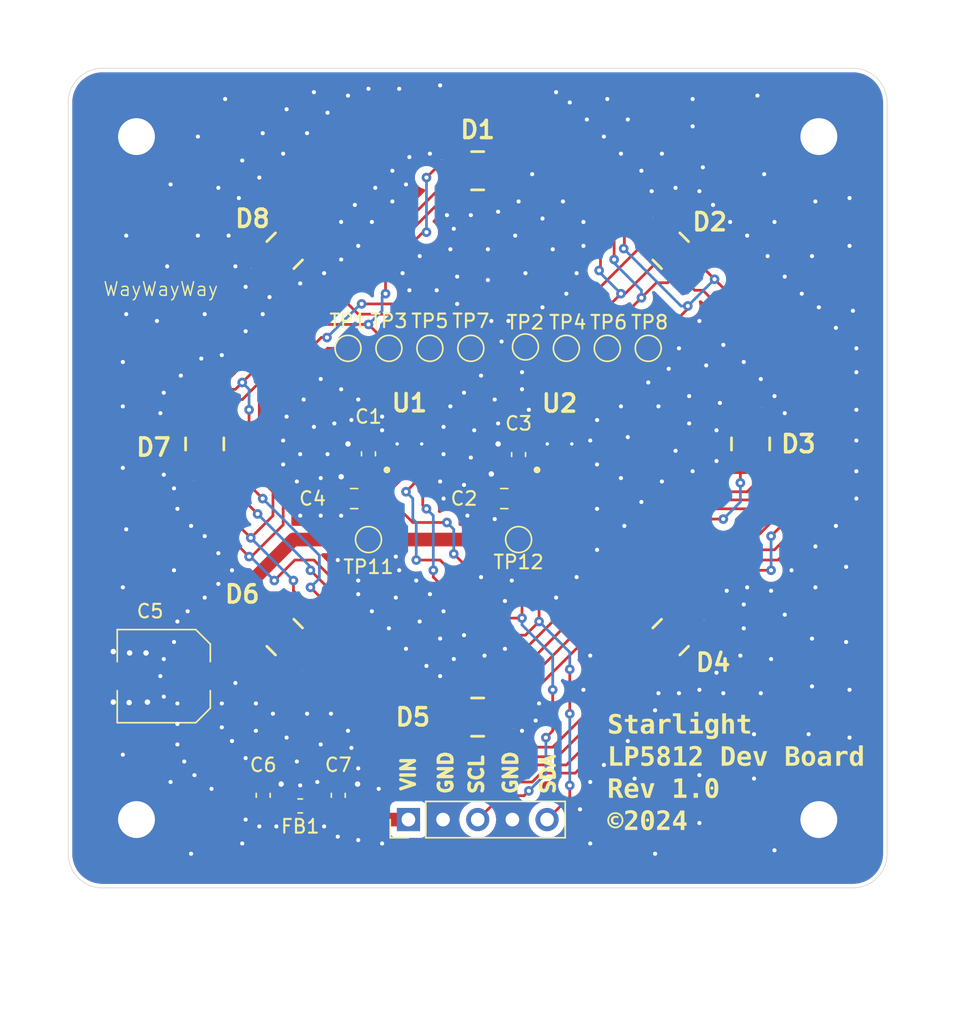
<source format=kicad_pcb>
(kicad_pcb (version 20240108) (generator "pcbnew") (generator_version "8.0")
  (layers (0 "F.Cu" signal) (31 "B.Cu" signal) (36 "B.SilkS" user "B.Silkscreen") (37 "F.SilkS" user "F.Silkscreen") (38 "B.Mask" user) (39 "F.Mask" user) (44 "Edge.Cuts" user))
  (net 0 "")
  (net 1 "VCC")
  (net 2 "GND")
  (net 3 "/VIN")
  (net 4 "SCL")
  (net 5 "SDA")
  (net 6 "OUT0_A")
  (net 7 "OUT1_A")
  (net 8 "OUT2_A")
  (net 9 "OUT3_A")
  (net 10 "OUT0_B")
  (net 11 "OUT2_B")
  (net 12 "OUT3_B")
  (net 13 "OUT1_B")
  (net 14 "SYNC")
  (footprint "Capacitor_SMD:C_0805_2012Metric" (layer "F.Cu") (at 118.95 111.5 180)
    (property "Reference" "C2")
    (property "Value" "10u")
  )
  (footprint "Fiducial:Fiducial_1mm_Mask3mm" (layer "F.Cu") (at 136 85)
    (property "Reference" "FID1" (hide yes))
    (property "Value" "~")
  )
  (footprint "TestPoint:TestPoint_Pad_D1.5mm" (layer "F.Cu") (at 120.5 100.4 180)
    (property "Reference" "TP2")
    (property "Value" "~")
  )
  (footprint "CLVBA-FKA-CAEDH8BBB7A363:CLVBAFKACAEDH8BBB7A363" (layer "F.Cu") (at 131.142135 121.642135 -135)
    (property "Reference" "D4")
    (property "Value" "LED_RABG" (hide yes))
  )
  (footprint "CLVBA-FKA-CAEDH8BBB7A363:CLVBAFKACAEDH8BBB7A363" (layer "F.Cu") (at 131.142135 93.357864 -45)
    (property "Reference" "D2")
    (property "Value" "LED_RABG" (hide yes))
  )
  (footprint "CLVBA-FKA-CAEDH8BBB7A363:CLVBAFKACAEDH8BBB7A363" (layer "F.Cu") (at 117 87.5)
    (property "Reference" "D1")
    (property "Value" "LED_RABG" (hide yes))
  )
  (footprint "CLVBA-FKA-CAEDH8BBB7A363:CLVBAFKACAEDH8BBB7A363" (layer "F.Cu") (at 97 107.5 90)
    (property "Reference" "D7")
    (property "Value" "LED_RABG" (hide yes))
  )
  (footprint "Connector_PinHeader_2.54mm:PinHeader_1x05_P2.54mm_Vertical" (layer "F.Cu") (at 111.925 135 90)
    (property "Reference" "J1" (hide yes))
    (property "Value" "Conn_01x05")
  )
  (footprint "Inductor_SMD:L_0603_1608Metric" (layer "F.Cu") (at 104 134)
    (property "Reference" "FB1")
    (property "Value" "120r")
  )
  (footprint "CLVBA-FKA-CAEDH8BBB7A363:CLVBAFKACAEDH8BBB7A363" (layer "F.Cu") (at 137 107.5 -90)
    (property "Reference" "D3")
    (property "Value" "LED_RABG" (hide yes))
  )
  (footprint "TestPoint:TestPoint_Pad_D1.5mm" (layer "F.Cu") (at 126.5 100.5 180)
    (property "Reference" "TP6")
    (property "Value" "~")
  )
  (footprint "LP5812ADSDR:LP5812ADSDR" (layer "F.Cu") (at 112 107.5 90)
    (property "Reference" "U1")
    (property "Value" "LP5812ADSDR" (hide yes))
  )
  (footprint "MountingHole:MountingHole_2.7mm_M2.5_Pad" (layer "F.Cu") (at 92 135)
    (property "Reference" "H3" (hide yes))
    (property "Value" "M2.5")
  )
  (footprint "TestPoint:TestPoint_Pad_D1.5mm" (layer "F.Cu") (at 113.5 100.5)
    (property "Reference" "TP5")
    (property "Value" "~")
  )
  (footprint "TestPoint:TestPoint_Pad_D1.5mm" (layer "F.Cu") (at 116.5 100.5 180)
    (property "Reference" "TP7")
    (property "Value" "~")
  )
  (footprint "Capacitor_SMD:C_0603_1608Metric" (layer "F.Cu") (at 120 108.275 90)
    (property "Reference" "C3")
    (property "Value" "1u")
  )
  (footprint "TestPoint:TestPoint_Pad_D1.5mm" (layer "F.Cu") (at 110.5 100.5 180)
    (property "Reference" "TP3")
    (property "Value" "~")
  )
  (footprint "Capacitor_SMD:C_0603_1608Metric" (layer "F.Cu") (at 106.7875 133.225 90)
    (property "Reference" "C7")
    (property "Value" "2u2")
  )
  (footprint "CLVBA-FKA-CAEDH8BBB7A363:CLVBAFKACAEDH8BBB7A363" (layer "F.Cu") (at 102.857864 93.357864 45)
    (property "Reference" "D8")
    (property "Value" "LED_RABG" (hide yes))
  )
  (footprint "CLVBA-FKA-CAEDH8BBB7A363:CLVBAFKACAEDH8BBB7A363" (layer "F.Cu") (at 117 127.5 180)
    (property "Reference" "D5")
    (property "Value" "LED_RABG" (hide yes))
  )
  (footprint "Capacitor_SMD:C_Elec_6.3x7.7" (layer "F.Cu") (at 94 124.5 180)
    (property "Reference" "C5")
    (property "Value" "220u")
  )
  (footprint "TestPoint:TestPoint_Pad_D1.5mm" (layer "F.Cu") (at 120 114.5 180)
    (property "Reference" "TP12")
    (property "Value" "~")
  )
  (footprint "CLVBA-FKA-CAEDH8BBB7A363:CLVBAFKACAEDH8BBB7A363" (layer "F.Cu") (at 102.857864 121.642135 135)
    (property "Reference" "D6")
    (property "Value" "LED_RABG" (hide yes))
  )
  (footprint "TestPoint:TestPoint_Pad_D1.5mm" (layer "F.Cu") (at 107.5 100.5 180)
    (property "Reference" "TP1")
    (property "Value" "~")
  )
  (footprint "MountingHole:MountingHole_2.7mm_M2.5_Pad" (layer "F.Cu") (at 142 85)
    (property "Reference" "H2" (hide yes))
    (property "Value" "M2.5")
  )
  (footprint "TestPoint:TestPoint_Pad_D1.5mm" (layer "F.Cu") (at 123.5 100.5)
    (property "Reference" "TP4")
    (property "Value" "~")
  )
  (footprint "MountingHole:MountingHole_2.7mm_M2.5_Pad" (layer "F.Cu") (at 92 85)
    (property "Reference" "H1" (hide yes))
    (property "Value" "M2.5")
  )
  (footprint "Fiducial:Fiducial_1mm_Mask3mm" (layer "F.Cu") (at 97.5 135)
    (property "Reference" "FID2" (hide yes))
    (property "Value" "~")
  )
  (footprint "TestPoint:TestPoint_Pad_D1.5mm" (layer "F.Cu") (at 129.5 100.5 180)
    (property "Reference" "TP8")
    (property "Value" "~")
  )
  (footprint "TestPoint:TestPoint_Pad_D1.5mm" (layer "F.Cu") (at 109 114.5 180)
    (property "Reference" "TP11")
    (property "Value" "~")
  )
  (footprint "Capacitor_SMD:C_0603_1608Metric" (layer "F.Cu") (at 109 108.225 90)
    (property "Reference" "C1")
    (property "Value" "1u")
  )
  (footprint "LP5812ADSDR:LP5812ADSDR" (layer "F.Cu") (at 123 107.5 90)
    (property "Reference" "U2")
    (property "Value" "LP5812BDSDR" (hide yes))
  )
  (footprint "Capacitor_SMD:C_0603_1608Metric" (layer "F.Cu") (at 101.2875 133.225 90)
    (property "Reference" "C6")
    (property "Value" "2u2")
  )
  (footprint "Capacitor_SMD:C_0805_2012Metric" (layer "F.Cu") (at 107.95 111.5 180)
    (property "Reference" "C4")
    (property "Value" "10u")
  )
  (footprint "Fiducial:Fiducial_1mm_Mask3mm" (layer "F.Cu") (at 136.5 135)
    (property "Reference" "FID3" (hide yes))
    (property "Value" "~")
  )
  (footprint "MountingHole:MountingHole_2.7mm_M2.5_Pad" (layer "F.Cu") (at 142 135)
    (property "Reference" "H4" (hide yes))
    (property "Value" "M2.5")
  )
  (gr_arc (start 87 82.5) (mid 87.732233 80.732233) (end 89.5 80) (stroke (width 0.05)) (layer "Edge.Cuts"))
  (gr_arc (start 144.5 80) (mid 146.267767 80.732233) (end 147 82.5) (stroke (width 0.05)) (layer "Edge.Cuts"))
  (gr_line (start 147 82.5) (end 147 137.5) (stroke (width 0.05)) (layer "Edge.Cuts"))
  (gr_line (start 87 137.5) (end 87 82.5) (stroke (width 0.05)) (layer "Edge.Cuts"))
  (gr_arc (start 147 137.5) (mid 146.267767 139.267767) (end 144.5 140) (stroke (width 0.05)) (layer "Edge.Cuts"))
  (gr_line (start 89.5 80) (end 144.5 80) (stroke (width 0.05)) (layer "Edge.Cuts"))
  (gr_arc (start 89.5 140) (mid 87.732233 139.267767) (end 87 137.5) (stroke (width 0.05)) (layer "Edge.Cuts"))
  (gr_line (start 144.5 140) (end 89.5 140) (stroke (width 0.05)) (layer "Edge.Cuts"))
  (gr_text "SDA" (at 122.75 133.25 90) (layer "F.SilkS") (effects (font (size 1 1) (thickness 0.25) (bold yes)) (justify left bottom)))
  (gr_text "GND" (at 120 133.25 90) (layer "F.SilkS") (effects (font (size 1 1) (thickness 0.25) (bold yes)) (justify left bottom)))
  (gr_text "Starlight\nLP5812 Dev Board\nRev 1.0\n©2024" (at 126.5 136 0) (layer "F.SilkS") (effects (font (size 1.4 1.4) (thickness 0.25) (bold yes)) (justify left bottom)))
  (gr_text "SCL" (at 117.5 133.25 90) (layer "F.SilkS") (effects (font (size 1 1) (thickness 0.25) (bold yes)) (justify left bottom)))
  (gr_text "GND" (at 115.25 133.25 90) (layer "F.SilkS") (effects (font (size 1 1) (thickness 0.25) (bold yes)) (justify left bottom)))
  (gr_text "VIN" (at 112.5 133 90) (layer "F.SilkS") (effects (font (size 1 1) (thickness 0.25) (bold yes)) (justify left bottom)))
  (gr_text "WayWayWay" (at 89.5 96.75 0) (layer "F.SilkS") (effects (font (size 1 1) (thickness 0.1)) (justify left bottom)))
  (segment (start 120 114.5) (end 120 111.6) (width 1) (layer "F.Cu") (net 1))
  (segment (start 109 111.6) (end 108.9 111.5) (width 1) (layer "F.Cu") (net 1))
  (segment (start 120 111.6) (end 119.9 111.5) (width 1) (layer "F.Cu") (net 1))
  (segment (start 108.9 111.5) (end 108.9 109.1) (width 0.5) (layer "F.Cu") (net 1))
  (segment (start 111.025 109) (end 109 109) (width 0.5) (layer "F.Cu") (net 1))
  (segment (start 96.5375 129.489382) (end 96.5375 124.5) (width 1) (layer "F.Cu") (net 1))
  (segment (start 96.5375 121.4625) (end 103.5 114.5) (width 1) (layer "F.Cu") (net 1))
  (segment (start 120 111.4) (end 119.9 111.5) (width 0.5) (layer "F.Cu") (net 1))
  (segment (start 120 109.05) (end 120 111.4) (width 0.5) (layer "F.Cu") (net 1))
  (segment (start 109 114.5) (end 120 114.5) (width 1) (layer "F.Cu") (net 1))
  (segment (start 101.048118 134) (end 96.5375 129.489382) (width 1) (layer "F.Cu") (net 1))
  (segment (start 96.5375 124.5) (end 96.5375 121.4625) (width 1) (layer "F.Cu") (net 1))
  (segment (start 101.2875 134) (end 101.048118 134) (width 1) (layer "F.Cu") (net 1))
  (segment (start 108.9 109.1) (end 109 109) (width 0.5) (layer "F.Cu") (net 1))
  (segment (start 122.025 109) (end 120.05 109) (width 0.5) (layer "F.Cu") (net 1))
  (segment (start 120.05 109) (end 120 109.05) (width 0.5) (layer "F.Cu") (net 1))
  (segment (start 103.2125 134) (end 101.2875 134) (width 1) (layer "F.Cu") (net 1))
  (segment (start 103.5 114.5) (end 109 114.5) (width 1) (layer "F.Cu") (net 1))
  (segment (start 109 114.5) (end 109 111.6) (width 1) (layer "F.Cu") (net 1))
  (segment (start 102.55 132.45) (end 102.6 132.4) (width 0.5) (layer "F.Cu") (net 2))
  (segment (start 107 111.5) (end 107 109.9) (width 1) (layer "F.Cu") (net 2))
  (segment (start 107.55 107.45) (end 107.5 107.5) (width 1) (layer "F.Cu") (net 2))
  (segment (start 101.2875 132.45) (end 102.55 132.45) (width 0.5) (layer "F.Cu") (net 2))
  (segment (start 106.7875 132.45) (end 108.15 132.45) (width 0.5) (layer "F.Cu") (net 2))
  (segment (start 108.15 132.45) (end 108.2 132.4) (width 0.5) (layer "F.Cu") (net 2))
  (segment (start 109 107.45) (end 107.55 107.45) (width 1) (layer "F.Cu") (net 2))
  (segment (start 111.05 107.45) (end 111.1 107.5) (width 1) (layer "F.Cu") (net 2))
  (segment (start 120 107.5) (end 122.1 107.5) (width 1) (layer "F.Cu") (net 2))
  (segment (start 118 111.5) (end 118 109.7) (width 1) (layer "F.Cu") (net 2))
  (segment (start 120 107.5) (end 118.5 107.5) (width 1) (layer "F.Cu") (net 2))
  (segment (start 109 107.45) (end 111.05 107.45) (width 1) (layer "F.Cu") (net 2))
  (via (at 112.75 120.5) (size 0.7) (drill 0.3) (layers "F.Cu" "B.Cu") (net 2))
  (via (at 105.5 112.75) (size 0.7) (drill 0.3) (layers "F.Cu" "B.Cu") (net 2))
  (via (at 137.5 82) (size 0.7) (drill 0.3) (layers "F.Cu" "B.Cu") (net 2))
  (via (at 94.75 116.75) (size 0.7) (drill 0.3) (layers "F.Cu" "B.Cu") (net 2))
  (via (at 130 137.5) (size 0.7) (drill 0.3) (layers "F.Cu" "B.Cu") (net 2))
  (via (at 124.25 117.25) (size 0.7) (drill 0.3) (layers "F.Cu" "B.Cu") (net 2))
  (via (at 98 88.75) (size 0.7) (drill 0.3) (layers "F.Cu" "B.Cu") (net 2))
  (via (at 110.75 87.5) (size 0.7) (drill 0.3) (layers "F.Cu" "B.Cu") (net 2))
  (via (at 104 95.75) (size 0.7) (drill 0.3) (layers "F.Cu" "B.Cu") (net 2))
  (via (at 105.5 102.75) (size 0.7) (drill 0.3) (layers "F.Cu" "B.Cu") (net 2))
  (via (at 112.9 107.5) (size 0.65) (drill 0.25) (layers "F.Cu" "B.Cu") (net 2))
  (via (at 97.5 132.75) (size 0.7) (drill 0.3) (layers "F.Cu" "B.Cu") (net 2))
  (via (at 108.25 118.5) (size 0.7) (drill 0.3) (layers "F.Cu" "B.Cu") (net 2))
  (via (at 118 98.5) (size 0.7) (drill 0.3) (layers "F.Cu" "B.Cu") (net 2))
  (via (at 144.75 105) (size 0.7) (drill 0.3) (layers "F.Cu" "B.Cu") (net 2))
  (via (at 102 127.25) (size 0.7) (drill 0.3) (layers "F.Cu" "B.Cu") (net 2))
  (via (at 94.75 110.75) (size 0.7) (drill 0.3) (layers "F.Cu" "B.Cu") (net 2))
  (via (at 112.75 93.75) (size 0.7) (drill 0.3) (layers "F.Cu" "B.Cu") (net 2))
  (via (at 136.25 123) (size 0.7) (drill 0.3) (layers "F.Cu" "B.Cu") (net 2))
  (via (at 95 128) (size 0.7) (drill 0.3) (layers "F.Cu" "B.Cu") (net 2))
  (via (at 128.5 132) (size 0.7) (drill 0.3) (layers "F.Cu" "B.Cu") (net 2))
  (via (at 108.25 117.5) (size 0.7) (drill 0.3) (layers "F.Cu" "B.Cu") (net 2))
  (via (at 114.75 90.75) (size 0.7) (drill 0.3) (layers "F.Cu" "B.Cu") (net 2))
  (via (at 130.25 125.75) (size 0.7) (drill 0.3) (layers "F.Cu" "B.Cu") (net 2))
  (via (at 135 125.75) (size 0.7) (drill 0.3) (layers "F.Cu" "B.Cu") (net 2))
  (via (at 131 102) (size 0.7) (drill 0.3) (layers "F.Cu" "B.Cu") (net 2))
  (via (at 142 97.5) (size 0.7) (drill 0.3) (layers "F.Cu" "B.Cu") (net 2))
  (via (at 121.75 91) (size 0.7) (drill 0.3) (layers "F.Cu" "B.Cu") (net 2))
  (via (at 94.5 88.5) (size 0.7) (drill 0.3) (layers "F.Cu" "B.Cu") (net 2))
  (via (at 132.5 106) (size 0.7) (drill 0.3) (layers "F.Cu" "B.Cu") (net 2))
  (via (at 107.5 128.5) (size 0.7) (drill 0.3) (layers "F.Cu" "B.Cu") (net 2))
  (via (at 137.75 125.75) (size 0.7) (drill 0.3) (layers "F.Cu" "B.Cu") (net 2))
  (via (at 130 127) (size 0.7) (drill 0.3) (layers "F.Cu" "B.Cu") (net 2))
  (via (at 94.25 94.5) (size 0.7) (drill 0.3) (layers "F.Cu" "B.Cu") (net 2))
  (via (at 122.5 93.25) (size 0.7) (drill 0.3) (layers "F.Cu" "B.Cu") (net 2))
  (via (at 118.25 113) (size 0.7) (drill 0.3) (layers "F.Cu" "B.Cu") (net 2))
  (via (at 93.5 98.5) (size 0.7) (drill 0.3) (layers "F.Cu" "B.Cu") (net 2))
  (via (at 125.25 123) (size 0.7) (drill 0.3) (layers "F.Cu" "B.Cu") (net 2))
  (via (at 107 103.5) (size 0.7) (drill 0.3) (layers "F.Cu" "B.Cu") (net 2))
  (via (at 141.75 115) (size 0.7) (drill 0.3) (layers "F.Cu" "B.Cu") (net 2))
  (via (at 136.75 118) (size 0.7) (drill 0.3) (layers "F.Cu" "B.Cu") (net 2))
  (via (at 130.5 110.25) (size 0.7) (drill 0.3) (layers "F.Cu" "B.Cu") (net 2))
  (via (at 116.25 112.75) (size 0.7) (drill 0.3) (layers "F.Cu" "B.Cu") (net 2))
  (via (at 127.5 86.25) (size 0.7) (drill 0.3) (layers "F.Cu" "B.Cu") (net 2))
  (via (at 122.1 107.5) (size 0.65) (drill 0.25) (layers "F.Cu" "B.Cu") (net 2))
  (via (at 111.1 107.5) (size 0.65) (drill 0.25) (layers "F.Cu" "B.Cu") (net 2))
  (via (at 139.5 105.25) (size 0.7) (drill 0.3) (layers "F.Cu" "B.Cu") (net 2))
  (via (at 113.5 118.5) (size 0.7) (drill 0.3) (layers "F.Cu" "B.Cu") (net 2))
  (via (at 102.25 135.5) (size 0.7) (drill 0.3) (layers "F.Cu" "B.Cu") (net 2))
  (via (at 144.75 102.25) (size 0.7) (drill 0.3) (layers "F.Cu" "B.Cu") (net 2))
  (via (at 103 83) (size 0.7) (drill 0.3) (layers "F.Cu" "B.Cu") (net 2))
  (via (at 132.75 82.25) (size 0.7) (drill 0.3) (layers "F.Cu" "B.Cu") (net 2))
  (via (at 125.25 132.25) (size 0.7) (drill 0.3) (layers "F.Cu" "B.Cu") (net 2))
  (via (at 100.75 126.5) (size 0.7) (drill 0.3) (layers "F.Cu" "B.Cu") (net 2))
  (via (at 134.75 104.5) (size 0.7) (drill 0.3) (layers "F.Cu" "B.Cu") (net 2))
  (via (at 130.5 86.25) (size 0.7) (drill 0.3) (layers "F.Cu" "B.Cu") (net 2))
  (via (at 123.75 82.5) (size 0.7) (drill 0.3) (layers "F.Cu" "B.Cu") (net 2))
  (via (at 144.25 93) (size 0.7) (drill 0.3) (layers "F.Cu" "B.Cu") (net 2))
  (via (at 90.3 126.4) (size 0.9) (drill 0.4) (layers "F.Cu" "B.Cu") (net 2))
  (via (at 121.5 126.5) (size 0.7) (drill 0.3) (layers "F.Cu" "B.Cu") (net 2))
  (via (at 133.25 131.75) (size 0.7) (drill 0.3) (layers "F.Cu" "B.Cu") (net 2))
  (via (at 107.5 107.5) (size 0.9) (drill 0.4) (layers "F.Cu" "B.Cu") (net 2))
  (via (at 107.75 105.75) (size 0.7) (drill 0.3) (layers "F.Cu" "B.Cu") (net 2))
  (via (at 94.5 132.25) (size 0.7) (drill 0.3) (layers "F.Cu" "B.Cu") (net 2))
  (via (at 94 109.75) (size 0.7) (drill 0.3) (layers "F.Cu" "B.Cu") (net 2))
  (via (at 97 118.75) (size 0.7) (drill 0.3) (layers "F.Cu" "B.Cu") (net 2))
  (via (at 98.5 82.25) (size 0.7) (drill 0.3) (layers "F.Cu" "B.Cu") (net 2))
  (via (at 111 115.75) (size 0.7) (drill 0.3) (layers "F.Cu" "B.Cu") (net 2))
  (via (at 117.5 123) (size 0.7) (drill 0.3) (layers "F.Cu" "B.Cu") (net 2))
  (via (at 111.75 122.5) (size 0.7) (drill 0.3) (layers "F.Cu" "B.Cu") (net 2))
  (via (at 109.25 119.75) (size 0.7) (drill 0.3) (layers "F.Cu" "B.Cu") (net 2))
  (via (at 125.75 109) (size 0.7) (drill 0.3) (layers "F.Cu" "B.Cu") (net 2))
  (via (at 135.5 91.25) (size 0.7) (drill 0.3) (layers "F.Cu" "B.Cu") (net 2))
  (via (at 98.25 101) (size 0.7) (drill 0.3) (layers "F.Cu" "B.Cu") (net 2))
  (via (at 125 83.75) (size 0.7) (drill 0.3) (layers "F.Cu" "B.Cu") (net 2))
  (via (at 139.5 95.25) (size 0.7) (drill 0.3) (layers "F.Cu" "B.Cu") (net 2))
  (via (at 114.5 108.25) (size 0.7) (drill 0.3) (layers "F.Cu" "B.Cu") (net 2))
  (via (at 114.5 119.75) (size 0.7) (drill 0.3) (layers "F.Cu" "B.Cu") (net 2))
  (via (at 141.75 118) (size 0.7) (drill 0.3) (layers "F.Cu" "B.Cu") (net 2))
  (via (at 133.25 135.25) (size 0.7) (drill 0.3) (layers "F.Cu" "B.Cu") (net 2))
  (via (at 91 104.75) (size 0.7) (drill 0.3) (layers "F.Cu" "B.Cu") (net 2))
  (via (at 117.25 102.5) (size 0.7) (drill 0.3) (layers "F.Cu" "B.Cu") (net 2))
  (via (at 108.25 131.25) (size 0.7) (drill 0.3) (layers "F.Cu" "B.Cu") (net 2))
  (via (at 125.25 136.75) (size 0.7) (drill 0.3) (layers "F.Cu" "B.Cu") (net 2))
  (via (at 126.25 85) (size 0.7) (drill 0.3) (layers "F.Cu" "B.Cu") (net 2))
  (via (at 144.75 100.5) (size 0.7) (drill 0.3) (layers "F.Cu" "B.Cu") (net 2))
  (via (at 117.75 93.25) (size 0.7) (drill 0.3) (layers "F.Cu" "B.Cu") (net 2))
  (via (at 140 116.75) (size 0.7) (drill 0.3) (layers "F.Cu" "B.Cu") (net 2))
  (via (at 114.25 124.5) (size 0.7) (drill 0.3) (layers "F.Cu" "B.Cu") (net 2))
  (via (at 109 81.5) (size 0.7) (drill 0.3) (layers "F.Cu" "B.Cu") (net 2))
  (via (at 111 118.75) (size 0.7) (drill 0.3) (layers "F.Cu" "B.Cu") (net 2))
  (via (at 122.75 81.75) (size 0.7) (drill 0.3) (layers "F.Cu" "B.Cu") (net 2))
  (via (at 114 96.25) (size 0.7) (drill 0.3) (layers "F.Cu" "B.Cu") (net 2))
  (via (at 91.4625 126.4375) (size 0.9) (drill 0.4) (layers "F.Cu" "B.Cu") (net 2))
  (via (at 137.75 102.75) (size 0.7) (drill 0.3) (layers "F.Cu" "B.Cu") (net 2))
  (via (at 138 87.75) (size 0.7) (drill 0.3) (layers "F.Cu" "B.Cu") (net 2))
  (via (at 132.5 104) (size 0.7) (drill 0.3) (layers "F.Cu" "B.Cu") (net 2))
  (via (at 106.5 106) (size 0.7) (drill 0.3) (layers "F.Cu" "B.Cu") (net 2))
  (via (at 121.25 127.75) (size 0.7) (drill 0.3) (layers "F.Cu" "B.Cu") (net 2))
  (via (at 104.5 127.25) (size 0.7) (drill 0.3) (layers "F.Cu" "B.Cu") (net 2))
  (via (at 106 83.25) (size 0.7) (drill 0.3) (layers "F.Cu" "B.Cu") (net 2))
  (via (at 109.25 91.25) (size 0.7) (drill 0.3) (layers "F.Cu" "B.Cu") (net 2))
  (via (at 95 129.5) (size 0.7) (drill 0.3) (layers "F.Cu" "B.Cu") (net 2))
  (via (at 120.75 105) (size 0.7) (drill 0.3) (layers "F.Cu" "B.Cu") (net 2))
  (via (at 119.75 92.25) (size 0.7) (drill 0.3) (layers "F.Cu" "B.Cu") (net 2))
  (via (at 110 105.5) (size 0.7) (drill 0.3) (layers "F.Cu" "B.Cu") (net 2))
  (via (at 134.25 90) (size 0.7) (drill 0.3) (layers "F.Cu" "B.Cu") (net 2))
  (via (at 105 81.75) (size 0.7) (drill 0.3) (layers "F.Cu" "B.Cu") (net 2))
  (via (at 106 108.25) (size 0.7) (drill 0.3) (layers "F.Cu" "B.Cu") (net 2))
  (via (at 111.75 88.5) (size 0.7) (drill 0.3) (layers "F.Cu" "B.Cu") (net 2))
  (via (at 131.75 125.75) (size 0.7) (drill 0.3) (layers "F.Cu" "B.Cu") (net 2))
  (via (at 104 132.5) (size 0.7) (drill 0.3) (layers "F.Cu" "B.Cu") (net 2))
  (via (at 103 129) (size 0.7) (drill 0.3) (layers "F.Cu" "B.Cu") (net 2))
  (via (at 95.25 102.5) (size 0.7) (drill 0.3) (layers "F.Cu" "B.Cu") (net 2))
  (via (at 114.5 106.25) (size 0.7) (drill 0.3) (layers "F.Cu" "B.Cu") (net 2))
  (via (at 122.75 118.75) (size 0.7) (drill 0.3) (layers "F.Cu" "B.Cu") (net 2))
  (via (at 141.75 89.75) (size 0.7) (drill 0.3) (layers "F.Cu" "B.Cu") (net 2))
  (via (at 94.75 122) (size 0.7) (drill 0.3) (layers "F.Cu" "B.Cu") (net 2))
  (via (at 111.5 95) (size 0.7) (drill 0.3) (layers "F.Cu" "B.Cu") (net 2))
  (via (at 129.5 103) (size 0.7) (drill 0.3) (layers "F.Cu" "B.Cu") (net 2))
  (via (at 115.5 97.25) (size 0.7) (drill 0.3) (layers "F.Cu" "B.Cu") (net 2))
  (via (at 105 106.25) (size 0.7) (drill 0.3) (layers "F.Cu" "B.Cu") (net 2))
  (via (at 121.75 97.5) (size 0.7) (drill 0.3) (layers "F.Cu" "B.Cu") (net 2))
  (via (at 136.5 121) (size 0.7) (drill 0.3) (layers "F.Cu" "B.Cu") (net 2))
  (via (at 99.75 136.75) (size 0.7) (drill 0.3) (layers "F.Cu" "B.Cu") (net 2))
  (via (at 99.75 86.75) (size 0.7) (drill 0.3) (layers "F.Cu" "B.Cu") (net 2))
  (via (at 138.75 137.25) (size 0.7) (drill 0.3) (layers "F.Cu" "B.Cu") (net 2))
  (via (at 110 106.5) (size 0.7) (drill 0.3) (layers "F.Cu" "B.Cu") (net 2))
  (via (at 117.75 95.5) (size 0.7) (drill 0.3) (layers "F.Cu" "B.Cu") (net 2))
  (via (at 115.5 95.25) (size 0.7) (drill 0.3) (layers "F.Cu" "B.Cu") (net 2))
  (via (at 105.25 132.25) (size 0.7) (drill 0.3) (layers "F.Cu" "B.Cu") (net 2))
  (via (at 131.75 100.5) (size 0.7) (drill 0.3) (layers "F.Cu" "B.Cu") (net 2))
  (via (at 118.5 90.5) (size 0.7) (drill 0.3) (layers "F.Cu" "B.Cu") (net 2))
  (via (at 95 112.25) (size 0.7) (drill 0.3) (layers "F.Cu" "B.Cu") (net 2))
  (via (at 133.25 98.5) (size 0.7) (drill 0.3) (layers "F.Cu" "B.Cu") (net 2))
  (via (at 100 135) (size 0.7) (drill 0.3) (layers "F.Cu" "B.Cu") (net 2))
  (via (at 98.75 92.25) (size 0.7) (drill 0.3) (layers "F.Cu" "B.Cu") (net 2))
  (via (at 113.5 86.25) (size 0.7) (drill 0.3) (layers "F.Cu" "B.Cu") (net 2))
  (via (at 124.25 95) (size 0.7) (drill 0.3) (layers "F.Cu" "B.Cu") (net 2))
  (via (at 138.75 91.25) (size 0.7) (drill 0.3) (layers "F.Cu" "B.Cu") (net 2))
  (via (at 124.75 93) (size 0.7) (drill 0.3) (layers "F.Cu" "B.Cu") (net 2))
  (via (at 123.5 96.5) (size 0.7) (drill 0.3) (layers "F.Cu" "B.Cu") (net 2))
  (via (at 124.5 134.25) (size 0.7) (drill 0.3) (layers "F.Cu" "B.Cu") (net 2))
  (via (at 108.25 136.5) (size 0.7) (drill 0.3) (layers "F.Cu" "B.Cu") (net 2))
  (via (at 95.75 119.75) (size 0.7) (drill 0.3) (layers "F.Cu" "B.Cu") (net 2))
  (via (at 119 119) (size 0.7) (drill 0.3) (layers "F.Cu" "B.Cu") (net 2))
  (via (at 103 105.5) (size 0.7) (drill 0.3) (layers "F.Cu" "B.Cu") (net 2))
  (via (at 125.25 107.25) (size 0.7) (drill 0.3) (layers "F.Cu" "B.Cu") (net 2))
  (via (at 99 116.75) (size 0.7) (drill 0.3) (layers "F.Cu" "B.Cu") (net 2))
  (via (at 109.5 88.75) (size 0.7) (drill 0.3) (layers "F.Cu" "B.Cu") (net 2))
  (via (at 102.6 132.4) (size 0.9) (drill 0.4) (layers "F.Cu" "B.Cu") (net 2))
  (via (at 139.5 120) (size 0.7) (drill 0.3) (layers "F.Cu" "B.Cu") (net 2))
  (via (at 100.75 128.5) (size 0.7) (drill 0.3) (layers "F.Cu" "B.Cu") (net 2))
  (via (at 144.25 129) (size 0.7) (drill 0.3) (layers "F.Cu" "B.Cu") (net 2))
  (via (at 98.25 128.25) (size 0.7) (drill 0.3) (layers "F.Cu" "B.Cu") (net 2))
  (via (at 143.25 113.5) (size 0.7) (drill 0.3) (layers "F.Cu" "B.Cu") (net 2))
  (via (at 103.75 110.25) (size 0.7) (drill 0.3) (layers "F.Cu" "B.Cu") (net 2))
  (via (at 124.75 125.5) (size 0.7) (drill 0.3) (layers "F.Cu" "B.Cu") (net 2))
  (via (at 127.5 110) (size 0.7) (drill 0.3) (layers "F.Cu" "B.Cu") (net 2))
  (via (at 138.5 123.25) (size 0.7) (drill 0.3) (layers "F.Cu" "B.Cu") (net 2))
  (via (at 114.25 121.75) (size 0.7) (drill 0.3) (layers "F.Cu" "B.Cu") (net 2))
  (via (at 99.25 125) (size 0.7) (drill 0.3) (layers "F.Cu" "B.Cu") (net 2))
  (via (at 108.25 104.25) (size 0.7) (drill 0.3) (layers "F.Cu" "B.Cu") (net 2))
  (via (at 94 126) (size 0.7) (drill 0.3) (layers "F.Cu" "B.Cu") (net 2))
  (via (at 104 112.75) (size 0.7) (drill 0.3) (layers "F.Cu" "B.Cu") (net 2))
  (via (at 131.5 108) (size 0.7) (drill 0.3) (layers "F.Cu" "B.Cu") (net 2))
  (via (at 101 135.5) (size 0.7) (drill 0.3) (layers "F.Cu" "B.Cu") (net 2))
  (via (at 91 130.25) (size 0.7) (drill 0.3) (layers "F.Cu" "B.Cu") (net 2))
  (via (at 116.5 90.75) (size 0.7) (drill 0.3) (layers "F.Cu" "B.Cu") (net 2))
  (via (at 91 118) (size 0.7) (drill 0.3) (layers "F.Cu" "B.Cu") (net 2))
  (via (at 128 83.75) (size 0.7) (drill 0.3) (layers "F.Cu" "B.Cu") (net 2))
  (via (at 107 94) (size 0.7) (drill 0.3) (layers "F.Cu" "B.Cu") (net 2))
  (via (at 136.5 101.5) (size 0.7) (drill 0.3) (layers "F.Cu" "B.Cu") (net 2))
  (via (at 131.5 88.75) (size 0.7) (drill 0.3) (layers "F.Cu" "B.Cu") (net 2))
  (via (at 144 122) (size 0.7) (drill 0.3) (layers "F.Cu" "B.Cu") (net 2))
  (via (at 144.75 109.5) (size 0.7) (drill 0.3) (layers "F.Cu" "B.Cu") (net 2))
  (via (at 129.75 89) (size 0.7) (drill 0.3) (layers "F.Cu" "B.Cu") (net 2))
  (via (at 91 109.25) (size 0.7) (drill 0.3) (layers "F.Cu" "B.Cu") (net 2))
  (via (at 144.75 111.5) (size 0.7) (drill 0.3) (layers "F.Cu" "B.Cu") (net 2))
  (via (at 120.25 103.5) (size 0.7) (drill 0.3) (layers "F.Cu" "B.Cu") (net 2))
  (via (at 125.75 105.75) (size 0.7) (drill 0.3) (layers "F.Cu" "B.Cu") (net 2))
  (via (at 105.75 135.5) (size 0.7) (drill 0.3) (layers "F.Cu" "B.Cu") (net 2))
  (via (at 108 90) (size 0.7) (drill 0.3) (layers "F.Cu" "B.Cu") (net 2))
  (via (at 114.5 111.5) (size 0.7) (drill 0.3) (layers "F.Cu" "B.Cu") (net 2))
  (via (at 128 107) (size 0.7) (drill 0.3) (layers "F.Cu" "B.Cu") (net 2))
  (via (at 116 110.5) (size 0.7) (drill 0.3) (layers "F.Cu" "B.Cu") (net 2))
  (via (at 118.25 104.25) (size 0.7) (drill 0.3) (layers "F.Cu" "B.Cu") (net 2))
  (via (at 94 103.75) (size 0.7) (drill 0.3) (layers "F.Cu" "B.Cu") (net 2))
  (via (at 112 96.25) (size 0.7) (drill 0.3) (layers "F.Cu" "B.Cu") (net 2))
  (via (at 101 88) (size 0.7) (drill 0.3) (layers "F.Cu" "B.Cu") (net 2))
  (via (at 127.5 104.75) (size 0.7) (drill 0.3) (layers "F.Cu" "B.Cu") (net 2))
  (via (at 118.5 107.5) (size 0.9) (drill 0.4) (layers "F.Cu" "B.Cu") (net 2))
  (via (at 107.75 129.75) (size 0.7) (drill 0.3) (layers "F.Cu" "B.Cu") (net 2))
  (via (at 140.75 96.5) (size 0.7) (drill 0.3) (layers "F.Cu" "B.Cu") (net 2))
  (via (at 138.5 118.25) (size 0.7) (drill 0.3) (layers "F.Cu" "B.Cu") (net 2))
  (via (at 144.5 97.75) (size 0.7) (drill 0.3) (layers "F.Cu" "B.Cu") (net 2))
  (via (at 110.75 89.75) (size 0.7) (drill 0.3) (layers "F.Cu" "B.Cu") (net 2))
  (via (at 100 96) (size 0.7) (drill 0.3) (layers "F.Cu" "B.Cu") (net 2))
  (via (at 134.5 108.75) (size 0.7) (drill 0.3) (layers "F.Cu" "B.Cu") (net 2))
  (via (at 116.75 106.5) (size 0.7) (drill 0.3) (layers "F.Cu" "B.Cu") (net 2))
  (via (at 107 109.9) (size 0.9) (drill 0.4) (layers "F.Cu" "B.Cu") (net 2))
  (via (at 96.25 131.75) (size 0.7) (drill 0.3) (layers "F.Cu" "B.Cu") (net 2))
  (via (at 137.25 128.75) (size 0.7) (drill 0.3) (layers "F.Cu" "B.Cu") (net 2))
  (via (at 96.5 85) (size 0.7) (drill 0.3) (layers "F.Cu" "B.Cu") (net 2))
  (via (at 104.25 104.25) (size 0.7) (drill 0.3) (layers "F.Cu" "B.Cu") (net 2))
  (via (at 111.25 116.75) (size 0.7) (drill 0.3) (layers "F.Cu" "B.Cu") (net 2))
  (via (at 135.25 118.25) (size 0.7) (drill 0.3) (layers "F.Cu" "B.Cu") (net 2))
  (via (at 104.5 84.75) (size 0.7) (drill 0.3) (layers "F.Cu" "B.Cu") (net 2))
  (via (at 117.25 117.25) (size 0.7) (drill 0.3) (layers "F.Cu" "B.Cu") (net 2))
  (via (at 134.5 106.5) (size 0.7) (drill 0.3) (layers "F.Cu" "B.Cu") (net 2))
  (via (at 106.75 136.25) (size 0.7) (drill 0.3) (layers "F.Cu" "B.Cu") (net 2))
  (via (at 128 129.25) (size 0.7) (drill 0.3) (layers "F.Cu" "B.Cu") (net 2))
  (via (at 133.25 125.5) (size 0.7) (drill 0.3) (layers "F.Cu" "B.Cu") (net 2))
  (via (at 118.5 106) (size 0.7) (drill 0.3) (layers "F.Cu" "B.Cu") (net 2))
  (via (at 100 99.25) (size 0.7) (drill 0.3) (layers "F.Cu" "B.Cu") (net 2))
  (via (at 91 101.5) (size 0.7) (drill 0.3) (layers "F.Cu" "B.Cu") (net 2))
  (via (at 98.25 126.5) (size 0.7) (drill 0.3) (layers "F.Cu" "B.Cu") (net 2))
  (via (at 104 108.25) (size 0.7) (drill 0.3) (layers "F.Cu" "B.Cu") (net 2))
  (via (at 144 116.5) (size 0.7) (drill 0.3) (layers "F.Cu" "B.Cu") (net 2))
  (via (at 93.75 124.5) (size 0.7) (drill 0.3) (layers "F.Cu" "B.Cu") (net 2))
  (via (at 116 121.5) (size 0.7) (drill 0.3) (layers "F.Cu" "B.Cu") (net 2))
  (via (at 125.75 112.25) (size 0.7) (drill 0.3) (layers "F.Cu" "B.Cu") (net 2))
  (via (at 95 126.5) (size 0.7) (drill 0.3) (layers "F.Cu" "B.Cu") (net 2))
  (via (at 119.25 98.5) (size 0.7) (drill 0.3) (layers "F.Cu" "B.Cu") (net 2))
  (via (at 120.5 95) (size 0.7) (drill 0.3) (layers "F.Cu" "B.Cu") (net 2))
  (via (at 95 120.5) (size 0.7) (drill 0.3) (layers "F.Cu" "B.Cu") (net 2))
  (via (at 102.75 109) (size 0.7) (drill 0.3) (layers "F.Cu" "B.Cu") (net 2))
  (via (at 115 104.75) (size 0.7) (drill 0.3) (layers "F.Cu" "B.Cu") (net 2))
  (via (at 91.25 98) (size 0.7) (drill 0.3) (layers "F.Cu" "B.Cu") (net 2))
  (via (at 91.25 92.25) (size 0.7) (drill 0.3) (layers "F.Cu" "B.Cu") (net 2))
  (via (at 91.25 113.75) (size 0.7) (drill 0.3) (layers "F.Cu" "B.Cu") (net 2))
  (via (at 120 89.75) (size 0.7) (drill 0.3) (layers "F.Cu" "B.Cu") (net 2))
  (via (at 94 123.25) (size 0.7) (drill 0.3) (layers "F.Cu" "B.Cu") (net 2))
  (via (at 136.75 92.25) (size 0.7) (drill 0.3) (layers "F.Cu" "B.Cu") (net 2))
  (via (at 105.5 129.5) (size 0.7) (drill 0.3) (layers "F.Cu" "B.Cu") (net 2))
  (via (at 133.25 89) (size 0.7) (drill 0.3) (layers "F.Cu" "B.Cu") (net 2))
  (via (at 119 122.5) (size 0.7) (drill 0.3) (layers "F.Cu" "B.Cu") (net 2))
  (via (at 143.25 99) (size 0.7) (drill 0.3) (layers "F.Cu" "B.Cu") (net 2))
  (via (at 100 130.5) (size 0.7) (drill 0.3) (layers "F.Cu" "B.Cu") (net 2))
  (via (at 120.25 128.5) (size 0.7) (drill 0.3) (layers "F.Cu" "B.Cu") (net 2))
  (via (at 118 109.7) (size 0.9) (drill 0.4) (layers "F.Cu" "B.Cu") (net 2))
  (via (at 116 103.75) (size 0.7) (drill 0.3) (layers "F.Cu" "B.Cu") (net 2))
  (via (at 97 114.25) (size 0.7) (drill 0.3) (layers "F.Cu" "B.Cu") (net 2))
  (via (at 120.25 102.25) (size 0.7) (drill 0.3) (layers "F.Cu" "B.Cu") (net 2))
  (via (at 115.25 123.25) (size 0.7) (drill 0.3) (layers "F.Cu" "B.Cu") (net 2))
  (via (at 102.75 86.25) (size 0.7) (drill 0.3) (layers "F.Cu" "B.Cu") (net 2))
  (via (at 121 87.75) (size 0.7) (drill 0.3) (layers "F.Cu" "B.Cu") (net 2))
  (via (at 90.3 122.7) (size 0.9) (drill 0.4) (layers "F.Cu" "B.Cu") (net 2))
  (via (at 130.25 104.75) (size 0.7) (drill 0.3) (layers "F.Cu" "B.Cu") (net 2))
  (via (at 144.25 89.5) (size 0.7) (drill 0.3) (layers "F.Cu" "B.Cu") (net 2))
  (via (at 99 129.25) (size 0.7) (drill 0.3) (layers "F.Cu" "B.Cu") (net 2))
  (via (at 102.75 107.25) (size 0.7) (drill 0.3) (layers "F.Cu" "B.Cu") (net 2))
  (via (at 108.2 132.4) (size 0.9) (drill 0.4) (layers "F.Cu" "B.Cu") (net 2))
  (via (at 138.25 93.75) (size 0.7) (drill 0.3) (layers "F.Cu" "B.Cu") (net 2))
  (via (at 126.25 131) (size 0.7) (drill 0.3) (layers "F.Cu" "B.Cu") (net 2))
  (via (at 95.5 130.75) (size 0.7) (drill 0.3) (layers "F.Cu" "B.Cu") (net 2))
  (via (at 115.25 91.75) (size 0.7) (drill 0.3) (layers "F.Cu" "B.Cu") (net 2))
  (via (at 114.25 81.25) (size 0.7) (drill 0.3) (layers "F.Cu" "B.Cu") (net 2))
  (via (at 107 112.75) (size 0.7) (drill 0.3) (layers "F.Cu" "B.Cu") (net 2))
  (via (at 115 93.25) (size 0.7) (drill 0.3) (layers "F.Cu" "B.Cu") (net 2))
  (via (at 124.75 91.25) (size 0.7) (drill 0.3) (layers "F.Cu" "B.Cu") (net 2))
  (via (at 112.5 117.5) (size 0.7) (drill 0.3) (layers "F.Cu" "B.Cu") (net 2))
  (via (at 93.75 105.25) (size 0.7) (drill 0.3) (layers "F.Cu" "B.Cu") (net 2))
  (via (at 99.25 94.5) (size 0.7) (drill 0.3) (layers "F.Cu" "B.Cu") (net 2))
  (via (at 110 136.75) (size 0.7) (drill 0.3) (layers "F.Cu" "B.Cu") (net 2))
  (via (at 96 113.5) (size 0.7) (drill 0.3) (layers "F.Cu" "B.Cu") (net 2))
  (via (at 134.5 124.25) (size 0.7) (drill 0.3) (layers "F.Cu" "B.Cu") (net 2))
  (via (at 113.25 123.75) (size 0.7) (drill 0.3) (layers "F.Cu" "B.Cu") (net 2))
  (via (at 112 86.5) (size 0.7) (drill 0.3) (layers "F.Cu" "B.Cu") (net 2))
  (via (at 98 115.5) (size 0.7) (drill 0.3) (layers "F.Cu" "B.Cu") (net 2))
  (via (at 141.25 128.75) (size 0.7) (drill 0.3) (layers "F.Cu" "B.Cu") (net 2))
  (via (at 105.75 95) (size 0.7) (drill 0.3) (layers "F.Cu" "B.Cu") (net 2))
  (via (at 119.5 117.5) (size 0.7) (drill 0.3) (layers "F.Cu" "B.Cu") (net 2))
  (via (at 101.25 98) (size 0.7) (drill 0.3) (layers "F.Cu" "B.Cu") (net 2))
  (via (at 141.5 121.75) (size 0.7) (drill 0.3) (layers "F.Cu" "B.Cu") (net 2))
  (via (at 106.25 127.25) (size 0.7) (drill 0.3) (layers "F.Cu" "B.Cu") (net 2))
  (via (at 106.75 116) (size 0.7) (drill 0.3) (layers "F.Cu" "B.Cu") (net 2))
  (via (at 97 98) (size 0.7) (drill 0.3) (layers "F.Cu" "B.Cu") (net 2))
  (via (at 123.25 89.75) (size 0.7) (drill 0.3) (layers "F.Cu" "B.Cu") (net 2))
  (via (at 137.25 132) (size 0.7) (drill 0.3) (layers "F.Cu" "B.Cu") (net 2))
  (via (at 101.75 96.75) (size 0.7) (drill 0.3) (layers "F.Cu" "B.Cu") (net 2))
  (via (at 111.25 81.5) (size 0.7) (drill 0.3) (layers "F.Cu" "B.Cu") (net 2))
  (via (at 126.5 82.25) (size 0.7) (drill 0.3) (layers "F.Cu" "B.Cu") (net 2))
  (via (at 107 91.25) (size 0.7) (drill 0.3) (layers "F.Cu" "B.Cu") (net 2))
  (via (at 107.5 82) (size 0.7) (drill 0.3) (layers "F.Cu" "B.Cu") (net 2))
  (via (at 116.5 108.5) (size 0.7) (drill 0.3) (layers "F.Cu" "B.Cu") (net 2))
  (via (at 132.75 109.5) (size 0.7) (drill 0.3) (layers "F.Cu" "B.Cu") (net 2))
  (via (at 138.75 104) (size 0.7) (drill 0.3) (layers "F.Cu" "B.Cu") (net 2))
  (via (at 96 137.5) (size 0.7) (drill 0.3) (layers "F.Cu" "B.Cu") (net 2))
  (via (at 133.75 101.75) (size 0.7) (drill 0.3) (layers "F.Cu" "B.Cu") (net 2))
  (via (at 110.5 121) (size 0.7) (drill 0.3) (layers "F.Cu" "B.Cu") (net 2))
  (via (at 108.25 93) (size 0.7) (drill 0.3) (layers "F.Cu" "B.Cu") (net 2))
  (via (at 133.5 87.25) (size 0.7) (drill 0.3) (layers "F.Cu" "B.Cu") (net 2))
  (via (at 114.25 110.25) (size 0.7) (drill 0.3) (layers "F.Cu" "B.Cu") (net 2))
  (via (at 127.75 113.5) (size 0.7) (drill 0.3) (layers "F.Cu" "B.Cu") (net 2))
  (via (at 103.75 130.75) (size 0.7) (drill 0.3) (layers "F.Cu" "B.Cu") (net 2))
  (via (at 125.75 115.25) (size 0.7) (drill 0.3) (layers "F.Cu" "B.Cu") (net 2))
  (via (at 141.5 93.75) (size 0.7) (drill 0.3) (layers "F.Cu" "B.Cu") (net 2))
  (via (at 96.75 101.25) (size 0.7) (drill 0.3) (layers "F.Cu" "B.Cu") (net 2))
  (via (at 101.25 84.75) (size 0.7) (drill 0.3) (layers "F.Cu" "B.Cu") (net 2))
  (via (at 105.5 110) (size 0.7) (drill 0.3) (layers "F.Cu" "B.Cu") (net 2))
  (via (at 144.75 107.25) (size 0.7) (drill 0.3) (layers "F.Cu" "B.Cu") (net 2))
  (via (at 123.9 107.5) (size 0.65) (drill 0.25) (layers "F.Cu" "B.Cu") (net 2))
  (via (at 96.5 92.25) (size 0.7) (drill 0.3) (layers "F.Cu" "B.Cu") (net 2))
  (via (at 99.5 89.5) (size 0.7) (drill 0.3) (layers "F.Cu" "B.Cu") (net 2))
  (via (at 92.7 122.8) (size 0.9) (drill 0.4) (layers "F.Cu" "B.Cu") (net 2))
  (via (at 91.5 122.8) (size 0.9) (drill 0.4) (layers "F.Cu" "B.Cu") (net 2))
  (via (at 136.5 119.25) (size 0.7) (drill 0.3) (layers "F.Cu" "B.Cu") (net 2))
  (via (at 98 117.75) (size 0.7) (drill 0.3) (layers "F.Cu" "B.Cu") (net 2))
  (via (at 135 100.25) (size 0.7) (drill 0.3) (layers "F.Cu" "B.Cu") (net 2))
  (via (at 118.75 100) (size 0.7) (drill 0.3) (layers "F.Cu" "B.Cu") (net 2))
  (via (at 92.8 126.4) (size 0.9) (drill 0.4) (layers "F.Cu" "B.Cu") (net 2))
  (via (at 129 87.5) (size 0.7) (drill 0.3) (layers "F.Cu" "B.Cu") (net 2))
  (via (at 144.25 125.5) (size 0.7) (drill 0.3) (layers "F.Cu" "B.Cu") (net 2))
  (via (at 109.75 132.75) (size 0.7) (drill 0.3) (layers "F.Cu" "B.Cu") (net 2))
  (via (at 129 111.75) (size 0.7) (drill 0.3) (layers "F.Cu" "B.Cu") (net 2))
  (via (at 141.5 125.25) (size 0.7) (drill 0.3) (layers "F.Cu" "B.Cu") (net 2))
  (via (at 132.75 84.25) (size 0.7) (drill 0.3) (layers "F.Cu" "B.Cu") (net 2))
  (segment (start 111.925 135) (end 107.7875 135) (width 1) (layer "F.Cu") (net 3))
  (segment (start 107.7875 135) (end 106.7875 134) (width 1) (layer "F.Cu") (net 3))
  (segment (start 106.7875 134) (end 104.7875 134) (width 1) (layer "F.Cu") (net 3))
  (segment (start 122.5 128.5) (end 122.5 125.5) (width 0.2) (layer "F.Cu") (net 4))
  (segment (start 118.755 133.25) (end 117.005 135) (width 0.2) (layer "F.Cu") (net 4))
  (segment (start 117.25 135) (end 117.005 135) (width 0.2) (layer "F.Cu") (net 4))
  (segment (start 122 129) (end 122.5 128.5) (width 0.2) (layer "F.Cu") (net 4))
  (segment (start 112.325 110.425) (end 112.325 109) (width 0.2) (layer "F.Cu") (net 4))
  (segment (start 120.25 120.25) (end 120.25 118.375) (width 0.2) (layer "F.Cu") (net 4))
  (segment (start 120.75 132.9) (end 120.4 133.25) (width 0.2) (layer "F.Cu") (net 4))
  (segment (start 118.5 120.25) (end 120.25 120.25) (width 0.2) (layer "F.Cu") (net 4))
  (segment (start 112.5 116) (end 114.25 116) (width 0.2) (layer "F.Cu") (net 4))
  (segment (start 120.4 133.25) (end 118.755 133.25) (width 0.2) (layer "F.Cu") (net 4))
  (segment (start 123.325 115.3) (end 123.325 109) (width 0.2) (layer "F.Cu") (net 4))
  (segment (start 111.75 111) (end 112.325 110.425) (width 0.2) (layer "F.Cu") (net 4))
  (segment (start 114.25 116) (end 118.5 120.25) (width 0.2) (layer "F.Cu") (net 4))
  (segment (start 120.25 118.375) (end 123.325 115.3) (width 0.2) (layer "F.Cu") (net 4))
  (via (at 120.25 120.25) (size 0.7) (drill 0.3) (layers "F.Cu" "B.Cu") (net 4))
  (via (at 122.5 125.5) (size 0.7) (drill 0.3) (layers "F.Cu" "B.Cu") (net 4))
  (via (at 120.75 132.9) (size 0.7) (drill 0.3) (layers "F.Cu" "B.Cu") (net 4))
  (via (at 112.5 116) (size 0.7) (drill 0.3) (layers "F.Cu" "B.Cu") (net 4))
  (via (at 122 129) (size 0.7) (drill 0.3) (layers "F.Cu" "B.Cu") (net 4))
  (via (at 111.75 111) (size 0.7) (drill 0.3) (layers "F.Cu" "B.Cu") (net 4))
  (segment (start 120.25 120.25) (end 120.25 120.75) (width 0.2) (layer "B.Cu") (net 4))
  (segment (start 122 131.65) (end 120.75 132.9) (width 0.2) (layer "B.Cu") (net 4))
  (segment (start 112.25 113) (end 112.25 111.5) (width 0.2) (layer "B.Cu") (net 4))
  (segment (start 112.5 116) (end 112.5 113.25) (width 0.2) (layer "B.Cu") (net 4))
  (segment (start 122 129) (end 122 131.65) (width 0.2) (layer "B.Cu") (net 4))
  (segment (start 112.25 111.5) (end 111.75 111) (width 0.2) (layer "B.Cu") (net 4))
  (segment (start 120.25 120.75) (end 122.5 123) (width 0.2) (layer "B.Cu") (net 4))
  (segment (start 112.5 113.25) (end 112.25 113) (width 0.2) (layer "B.Cu") (net 4))
  (segment (start 122.5 123) (end 122.5 125.5) (width 0.2) (layer "B.Cu") (net 4))
  (segment (start 123.75 127.25) (end 123.75 126.5) (width 0.2) (layer "F.Cu") (net 5))
  (segment (start 123.75 126.5) (end 123.75 124) (width 0.2) (layer "F.Cu") (net 5))
  (segment (start 121.5 120.5) (end 120.5 121.5) (width 0.2) (layer "F.Cu") (net 5))
  (segment (start 118 121.5) (end 113.75 117.25) (width 0.2) (layer "F.Cu") (net 5))
  (segment (start 121.5 120.5) (end 121.5 118.5) (width 0.2) (layer "F.Cu") (net 5))
  (segment (start 123.975 109.975) (end 123.975 109) (width 0.2) (layer "F.Cu") (net 5))
  (segment (start 112.975 111.975) (end 112.975 109) (width 0.2) (layer "F.Cu") (net 5))
  (segment (start 113.25 112.25) (end 112.975 111.975) (width 0.2) (layer "F.Cu") (net 5))
  (segment (start 123.75 133.335) (end 123.75 132.5) (width 0.2) (layer "F.Cu") (net 5))
  (segment (start 124.5 110.5) (end 123.975 109.975) (width 0.2) (layer "F.Cu") (net 5))
  (segment (start 113.75 117.25) (end 113.75 116.75) (width 0.2) (layer "F.Cu") (net 5))
  (segment (start 122.085 135) (end 123.75 133.335) (width 0.2) (layer "F.Cu") (net 5))
  (segment (start 121.5 118.5) (end 124.5 115.5) (width 0.2) (layer "F.Cu") (net 5))
  (segment (start 124.5 115.5) (end 124.5 110.5) (width 0.2) (layer "F.Cu") (net 5))
  (segment (start 120.5 121.5) (end 118 121.5) (width 0.2) (layer "F.Cu") (net 5))
  (via (at 123.75 124) (size 0.7) (drill 0.3) (layers "F.Cu" "B.Cu") (net 5))
  (via (at 113.25 112.25) (size 0.7) (drill 0.3) (layers "F.Cu" "B.Cu") (net 5))
  (via (at 113.75 116.75) (size 0.7) (drill 0.3) (layers "F.Cu" "B.Cu") (net 5))
  (via (at 123.75 132.5) (size 0.7) (drill 0.3) (layers "F.Cu" "B.Cu") (net 5))
  (via (at 123.75 127.25) (size 0.7) (drill 0.3) (layers "F.Cu" "B.Cu") (net 5))
  (via (at 121.5 120.5) (size 0.7) (drill 0.3) (layers "F.Cu" "B.Cu") (net 5))
  (segment (start 123.75 122.75) (end 123.75 124) (width 0.2) (layer "B.Cu") (net 5))
  (segment (start 113.25 112.25) (end 113.75 112.75) (width 0.2) (layer "B.Cu") (net 5))
  (segment (start 123.75 132.5) (end 123.75 127.25) (width 0.2) (layer "B.Cu") (net 5))
  (segment (start 113.75 112.75) (end 113.75 116.75) (width 0.2) (layer "B.Cu") (net 5))
  (segment (start 121.5 120.5) (end 123.75 122.75) (width 0.2) (layer "B.Cu") (net 5))
  (segment (start 115.5 126.7) (end 114.45 126.7) (width 0.2) (layer "F.Cu") (net 6))
  (segment (start 101.5 106.25) (end 101.75 106) (width 0.2) (layer "F.Cu") (net 6))
  (segment (start 136.75 111) (end 132 111) (width 0.2) (layer "F.Cu") (net 6))
  (segment (start 100.25 115.75) (end 96.2 111.7) (width 0.2) (layer "F.Cu") (net 6))
  (segment (start 115.5 124.5) (end 115.5 126.7) (width 0.2) (layer "F.Cu") (net 6))
  (segment (start 100.25 115.75) (end 100.5 115.75) (width 0.2) (layer "F.Cu") (net 6))
  (segment (start 106 100.5) (end 107.5 100.5) (width 0.2) (layer "F.Cu") (net 6))
  (segment (start 111.025 105.025) (end 111.025 106) (width 0.2) (layer "F.Cu") (net 6))
  (segment (start 114.7 88.3) (end 106.5 96.5) (width 0.2) (layer "F.Cu") (net 6))
  (segment (start 137.8 109) (end 137.8 109.95) (width 0.2) (layer "F.Cu") (net 6))
  (segment (start 107.5 102) (end 110 104.5) (width 0.2) (layer "F.Cu") (net 6))
  (segment (start 105 96.5) (end 98.75 102.75) (width 0.2) (layer "F.Cu") (net 6))
  (segment (start 96.2 111.7) (end 96.2 109) (width 0.2) (layer "F.Cu") (net 6))
  (segment (start 119 124) (end 116 124) (width 0.2) (layer "F.Cu") (net 6))
  (segment (start 107.25 119.5) (end 107.25 118.25) (width 0.2) (layer "F.Cu") (net 6))
  (segment (start 102.75 110.75) (end 101.5 109.5) (width 0.2) (layer "F.Cu") (net 6))
  (segment (start 100.5 115.669239) (end 102.75 113.419239) (width 0.2) (layer "F.Cu") (net 6))
  (segment (start 110 104.5) (end 110.5 104.5) (width 0.2) (layer "F.Cu") (net 6))
  (segment (start 103.6 116) (end 102.1 117.5) (width 0.2) (layer "F.Cu") (net 6))
  (segment (start 101.75 104.75) (end 106 100.5) (width 0.2) (layer "F.Cu") (net 6))
  (segment (start 115.5 88.3) (end 114.7 88.3) (width 0.2) (layer "F.Cu") (net 6))
  (segment (start 110.5 104.5) (end 111.025 105.025) (width 0.2) (layer "F.Cu") (net 6))
  (segment (start 102.75 113.419239) (end 102.75 110.75) (width 0.2) (layer "F.Cu") (net 6))
  (segment (start 116 124) (end 115.5 124.5) (width 0.2) (layer "F.Cu") (net 6))
  (segment (start 107.5 100.5) (end 107.5 102) (width 0.2) (layer "F.Cu") (net 6))
  (segment (start 114.45 126.7) (end 107.25 119.5) (width 0.2) (layer "F.Cu") (net 6))
  (segment (start 106.5 96.5) (end 105 96.5) (width 0.2) (layer "F.Cu") (net 6))
  (segment (start 101.5 109.5) (end 101.5 106.25) (width 0.2) (layer "F.Cu") (net 6))
  (segment (start 101.75 106) (end 101.75 104.75) (width 0.2) (layer "F.Cu") (net 6))
  (segment (start 137.8 109.95) (end 136.75 111) (width 0.2) (layer "F.Cu") (net 6))
  (segment (start 132 111) (end 119 124) (width 0.2) (layer "F.Cu") (net 6))
  (segment (start 105 116) (end 103.6 116) (width 0.2) (layer "F.Cu") (net 6))
  (segment (start 95 108.75) (end 95.25 109) (width 0.2) (layer "F.Cu") (net 6))
  (segment (start 98.75 102.75) (end 97 102.75) (width 0.2) (layer "F.Cu") (net 6))
  (segment (start 95 104.75) (end 95 108.75) (width 0.2) (layer "F.Cu") (net 6))
  (segment (start 95.25 109) (end 96.2 109) (width 0.2) (layer "F.Cu") (net 6))
  (segment (start 100.5 115.75) (end 100.5 115.669239) (width 0.2) (layer "F.Cu") (net 6))
  (segment (start 97 102.75) (end 95 104.75) (width 0.2) (layer "F.Cu") (net 6))
  (segment (start 107.25 118.25) (end 105 116) (width 0.2) (layer "F.Cu") (net 6))
  (via (at 102.1 117.5) (size 0.7) (drill 0.3) (layers "F.Cu" "B.Cu") (net 6))
  (via (at 100.25 115.75) (size 0.7) (drill 0.3) (layers "F.Cu" "B.Cu") (net 6))
  (segment (start 102.1 117.5) (end 100.35 115.75) (width 0.2) (layer "B.Cu") (net 6))
  (segment (start 100.35 115.75) (end 100.25 115.75) (width 0.2) (layer "B.Cu") (net 6))
  (segment (start 110.5 100.25) (end 110.75 100.25) (width 0.2) (layer "F.Cu") (net 7))
  (segment (start 110.75 100.25) (end 110.5 100.5) (width 0.2) (layer "F.Cu") (net 7))
  (segment (start 113 92) (end 110.25 94.75) (width 0.2) (layer "F.Cu") (net 7))
  (segment (start 99.5 111.25) (end 99.5 106.75) (width 0.2) (layer "F.Cu") (net 7))
  (segment (start 132.65 111.6) (end 137.15 111.6) (width 0.2) (layer "F.Cu") (net 7))
  (segment (start 139 108.5) (end 137.75 107.25) (width 0.2) (layer "F.Cu") (net 7))
  (segment (start 97.8 104.95) (end 98.5 104.25) (width 0.2) (layer "F.Cu") (net 7))
  (segment (start 136.25 107.25) (end 136.2 107.2) (width 0.2) (layer "F.Cu") (net 7))
  (segment (start 137.75 107.25) (end 136.25 107.25) (width 0.2) (layer "F.Cu") (net 7))
  (segment (start 110.25 94.75) (end 110.25 96.5) (width 0.2) (layer "F.Cu") (net 7))
  (segment (start 100.875 112.625) (end 99.5 111.25) (width 0.2) (layer "F.Cu") (net 7))
  (segment (start 116.75 127.95) (end 116.75 126.5) (width 0.2) (layer "F.Cu") (net 7))
  (segment (start 111.675 106) (end 111.675 104.675) (width 0.2) (layer "F.Cu") (net 7))
  (segment (start 99.75 104.25) (end 105.25 98.75) (width 0.2) (layer "F.Cu") (net 7))
  (segment (start 98.75 106) (end 97.8 106) (width 0.2) (layer "F.Cu") (net 7))
  (segment (start 106 119.3125) (end 113.4375 126.75) (width 0.2) (layer "F.Cu") (net 7))
  (segment (start 137.15 111.6) (end 139 109.75) (width 0.2) (layer "F.Cu") (net 7))
  (segment (start 119.5 124.75) (end 132.65 111.6) (width 0.2) (layer "F.Cu") (net 7))
  (segment (start 97.8 106) (end 97.8 104.95) (width 0.2) (layer "F.Cu") (net 7))
  (segment (start 113.25 92) (end 113 92) (width 0.2) (layer "F.Cu") (net 7))
  (segment (start 113.4375 127.9375) (end 113.8 128.3) (width 0.2) (layer "F.Cu") (net 7))
  (segment (start 104.75 116.75) (end 106 118) (width 0.2) (layer "F.Cu") (net 7))
  (segment (start 114.55 86.7) (end 115.5 86.7) (width 0.2) (layer "F.Cu") (net 7))
  (segment (start 116.4 128.3) (end 116.75 127.95) (width 0.2) (layer "F.Cu") (net 7))
  (segment (start 105.25 98.75) (end 109 98.75) (width 0.2) (layer "F.Cu") (net 7))
  (segment (start 136.2 107.2) (end 136.2 106) (width 0.2) (layer "F.Cu") (net 7))
  (segment (start 99.5 106.75) (end 98.75 106) (width 0.2) (layer "F.Cu") (net 7))
  (segment (start 115.5 128.3) (end 116.4 128.3) (width 0.2) (layer "F.Cu") (net 7))
  (segment (start 106 118) (end 106 119.3125) (width 0.2) (layer "F.Cu") (net 7))
  (segment (start 110.5 103.5) (end 110.5 100.5) (width 0.2) (layer "F.Cu") (net 7))
  (segment (start 113.8 128.3) (end 115.5 128.3) (width 0.2) (layer "F.Cu") (net 7))
  (segment (start 113.25 88) (end 114.55 86.7) (width 0.2) (layer "F.Cu") (net 7))
  (segment (start 111.675 104.675) (end 110.5 103.5) (width 0.2) (layer "F.Cu") (net 7))
  (segment (start 139 109.75) (end 139 108.5) (width 0.2) (layer "F.Cu") (net 7))
  (segment (start 118.5 124.75) (end 119.5 124.75) (width 0.2) (layer "F.Cu") (net 7))
  (segment (start 98.5 104.25) (end 99.75 104.25) (width 0.2) (layer "F.Cu") (net 7))
  (segment (start 136.2 106) (end 136.2 106.55) (width 0.2) (layer "F.Cu") (net 7))
  (segment (start 109 98.75) (end 110.5 100.25) (width 0.2) (layer "F.Cu") (net 7))
  (segment (start 116.75 126.5) (end 118.5 124.75) (width 0.2) (layer "F.Cu") (net 7))
  (segment (start 113.4375 126.75) (end 113.4375 127.9375) (width 0.2) (layer "F.Cu") (net 7))
  (via (at 113.25 92) (size 0.7) (drill 0.3) (layers "F.Cu" "B.Cu") (net 7))
  (via (at 110.25 96.5) (size 0.7) (drill 0.3) (layers "F.Cu" "B.Cu") (net 7))
  (via (at 109 98.75) (size 0.7) (drill 0.3) (layers "F.Cu" "B.Cu") (net 7))
  (via (at 100.875 112.625) (size 0.7) (drill 0.3) (layers "F.Cu" "B.Cu") (net 7))
  (via (at 113.25 88) (size 0.7) (drill 0.3) (layers "F.Cu" "B.Cu") (net 7))
  (via (at 104.75 116.75) (size 0.7) (drill 0.3) (layers "F.Cu" "B.Cu") (net 7))
  (segment (start 100.875 112.625) (end 104.75 116.5) (width 0.2) (layer "B.Cu") (net 7))
  (segment (start 113.25 92) (end 113.25 88) (width 0.2) (layer "B.Cu") (net 7))
  (segment (start 110 96.75) (end 110 97.75) (width 0.2) (layer "B.Cu") (net 7))
  (segment (start 104.75 116.5) (end 104.75 116.75) (width 0.2) (layer "B.Cu") (net 7))
  (segment (start 110 97.75) (end 109 98.75) (width 0.2) (layer "B.Cu") (net 7))
  (segment (start 110.25 96.5) (end 110 96.75) (width 0.2) (layer "B.Cu") (net 7))
  (segment (start 133.25 112.25) (end 138.25 112.25) (width 0.2) (layer "F.Cu") (net 8))
  (segment (start 113.5 103) (end 112.325 104.175) (width 0.2) (layer "F.Cu") (net 8))
  (segment (start 116.419239 89.5) (end 114.5 89.5) (width 0.2) (layer "F.Cu") (net 8))
  (segment (start 116.85 86.5) (end 116.85 89.069239) (width 0.2) (layer "F.Cu") (net 8))
  (segment (start 112.75 127) (end 105.5 119.75) (width 0.2) (layer "F.Cu") (net 8))
  (segment (start 117.4 127.65) (end 117.4 128.25) (width 0.2) (layer "F.Cu") (net 8))
  (segment (start 117.5 85.85) (end 116.85 86.5) (width 0.2) (layer "F.Cu") (net 8))
  (segment (start 118.5 126.7) (end 118.35 126.7) (width 0.2) (layer "F.Cu") (net 8))
  (segment (start 107.4 97.15) (end 107.4 96.6) (width 0.2) (layer "F.Cu") (net 8))
  (segment (start 139.5 111) (end 139.5 106.75) (width 0.2) (layer "F.Cu") (net 8))
  (segment (start 105.6 97.15) (end 107.4 97.15) (width 0.2) (layer "F.Cu") (net 8))
  (segment (start 139.5 106.75) (end 138.75 106) (width 0.2) (layer "F.Cu") (net 8))
  (segment (start 119.5 87.55) (end 119.5 85.85) (width 0.2) (layer "F.Cu") (net 8))
  (segment (start 97.5 103.5) (end 96.2 104.8) (width 0.2) (layer "F.Cu") (net 8))
  (segment (start 108.25 98) (end 107.4 97.15) (width 0.2) (layer "F.Cu") (net 8))
  (segment (start 105.5 119.75) (end 105.5 118.75) (width 0.2) (layer "F.Cu") (net 8))
  (segment (start 99.25 103.5) (end 97.5 103.5) (width 0.2) (layer "F.Cu") (net 8))
  (segment (start 114.5 89.5) (end 107.4 96.6) (width 0.2) (layer "F.Cu") (net 8))
  (segment (start 116.85 89.069239) (end 116.419239 89.5) (width 0.2) (layer "F.Cu") (net 8))
  (segment (start 119.5 85.85) (end 117.5 85.85) (width 0.2) (layer "F.Cu") (net 8))
  (segment (start 118.5 88.3) (end 118.75 88.3) (width 0.2) (layer "F.Cu") (net 8))
  (segment (start 118.35 126.7) (end 117.4 127.65) (width 0.2) (layer "F.Cu") (net 8))
  (segment (start 118.8 126.7) (end 133.25 112.25) (width 0.2) (layer "F.Cu") (net 8))
  (segment (start 112.325 104.175) (end 112.325 106) (width 0.2) (layer "F.Cu") (net 8))
  (segment (start 100.25 110.5) (end 101.25 111.5) (width 0.2) (layer "F.Cu") (net 8))
  (segment (start 108.25 98) (end 110.75 98) (width 0.2) (layer "F.Cu") (net 8))
  (segment (start 112.75 128.5) (end 112.75 127) (width 0.2) (layer "F.Cu") (net 8))
  (segment (start 116.15 129.5) (end 113.75 129.5) (width 0.2) (layer "F.Cu") (net 8))
  (segment (start 105.5 118.75) (end 104.75 118) (width 0.2) (layer "F.Cu") (net 8))
  (segment (start 110.75 98) (end 113.25 100.5) (width 0.2) (layer "F.Cu") (net 8))
  (segment (start 99.75 103) (end 105.6 97.15) (width 0.2) (layer "F.Cu") (net 8))
  (segment (start 99.75 103) (end 99.25 103.5) (width 0.2) (layer "F.Cu") (net 8))
  (segment (start 113.5 100.5) (end 113.5 103) (width 0.2) (layer "F.Cu") (net 8))
  (segment (start 118.5 126.7) (end 118.8 126.7) (width 0.2) (layer "F.Cu") (net 8))
  (segment (start 118.75 88.3) (end 119.5 87.55) (width 0.2) (layer "F.Cu") (net 8))
  (segment (start 96.2 104.8) (end 96.2 106) (width 0.2) (layer "F.Cu") (net 8))
  (segment (start 117.4 128.25) (end 116.15 129.5) (width 0.2) (layer "F.Cu") (net 8))
  (segment (start 138.25 112.25) (end 139.5 111) (width 0.2) (layer "F.Cu") (net 8))
  (segment (start 113.75 129.5) (end 112.75 128.5) (width 0.2) (layer "F.Cu") (net 8))
  (segment (start 138.75 106) (end 137.8 106) (width 0.2) (layer "F.Cu") (net 8))
  (segment (start 113.25 100.5) (end 113.5 100.5) (width 0.2) (layer "F.Cu") (net 8))
  (segment (start 100.25 105) (end 100.25 110.5) (width 0.2) (layer "F.Cu") (net 8))
  (via (at 104.75 118) (size 0.7) (drill 0.3) (layers "F.Cu" "B.Cu") (net 8))
  (via (at 101.25 111.5) (size 0.7) (drill 0.3) (layers "F.Cu" "B.Cu") (net 8))
  (via (at 100.25 105) (size 0.7) (drill 0.3) (layers "F.Cu" "B.Cu") (net 8))
  (via (at 99.75 103) (size 0.7) (drill 0.3) (layers "F.Cu" "B.Cu") (net 8))
  (segment (start 100.25 105) (end 100.25 103.5) (width 0.2) (layer "B.Cu") (net 8))
  (segment (start 105.4 115.65) (end 105.4 117.35) (width 0.2) (layer "B.Cu") (net 8))
  (segment (start 101.25 111.5) (end 105.4 115.65) (width 0.2) (layer "B.Cu") (net 8))
  (segment (start 100.25 103.5) (end 99.75 103) (width 0.2) (layer "B.Cu") (net 8))
  (segment (start 105.4 117.35) (end 104.75 118) (width 0.2) (layer "B.Cu") (net 8))
  (segment (start 135 113) (end 133.717157 113) (width 0.2) (layer "F.Cu") (net 9))
  (segment (start 112 129) (end 112 127.5) (width 0.2) (layer "F.Cu") (net 9))
  (segment (start 113.25 130.25) (end 112 129) (width 0.2) (layer "F.Cu") (net 9))
  (segment (start 133.717157 113) (end 119.5 127.217157) (width 0.2) (layer "F.Cu") (net 9))
  (segment (start 116.5 100.5) (end 116.5 101.5) (width 0.2) (layer "F.Cu") (net 9))
  (segment (start 116.5 101.5) (end 112.975 105.025) (width 0.2) (layer "F.Cu") (net 9))
  (segment (start 117.75 130.25) (end 113.25 130.25) (width 0.2) (layer "F.Cu") (net 9))
  (segment (start 117.25 91.5) (end 116.5 92.25) (width 0.2) (layer "F.Cu") (net 9))
  (segment (start 136.25 110.35) (end 136.25 109.05) (width 0.2) (layer "F.Cu") (net 9))
  (segment (start 113.25 97.25) (end 116.5 100.5) (width 0.2) (layer "F.Cu") (net 9))
  (segment (start 136.25 109.05) (end 136.2 109) (width 0.2) (layer "F.Cu") (net 9))
  (segment (start 118.35 86.7) (end 117.25 87.8) (width 0.2) (layer "F.Cu") (net 9))
  (segment (start 118.75 128.3) (end 118.5 128.3) (width 0.2) (layer "F.Cu") (net 9))
  (segment (start 100.375 114.375) (end 102 112.75) (width 0.2) (layer "F.Cu") (net 9))
  (segment (start 119.5 127.217157) (end 119.5 127.55) (width 0.2) (layer "F.Cu") (net 9))
  (segment (start 97.8 111.8) (end 97.8 109) (width 0.2) (layer "F.Cu") (net 9))
  (segment (start 100.85 109.85) (end 100.85 106.15) (width 0.2) (layer "F.Cu") (net 9))
  (segment (start 117.25 87.8) (end 117.25 91.5) (width 0.2) (layer "F.Cu") (net 9))
  (segment (start 118.5 86.7) (end 118.35 86.7) (width 0.2) (layer "F.Cu") (net 9))
  (segment (start 101 104.25) (end 105.54038 99.70962) (width 0.2) (layer "F.Cu") (net 9))
  (segment (start 112.975 105.025) (end 112.975 106) (width 0.2) (layer "F.Cu") (net 9))
  (segment (start 103.5 118.25) (end 103.5 117.5) (width 0.2) (layer "F.Cu") (net 9))
  (segment (start 102 111) (end 100.85 109.85) (width 0.2) (layer "F.Cu") (net 9))
  (segment (start 135.95 109.25) (end 136.2 109) (width 0.2) (layer "F.Cu") (net 9))
  (segment (start 118.5 129.5) (end 117.75 130.25) (width 0.2) (layer "F.Cu") (net 9))
  (segment (start 116.5 92.25) (end 116.5 100.5) (width 0.2) (layer "F.Cu") (net 9))
  (segment (start 108.5 97.25) (end 113.25 97.25) (width 0.2) (layer "F.Cu") (net 9))
  (segment (start 112 127.5) (end 104.5 120) (width 0.2) (layer "F.Cu") (net 9))
  (segment (start 100.85 106.15) (end 101 106) (width 0.2) (layer "F.Cu") (net 9))
  (segment (start 118.5 128.3) (end 118.5 129.5) (width 0.2) (layer "F.Cu") (net 9))
  (segment (start 104.5 119.25) (end 103.5 118.25) (width 0.2) (layer "F.Cu") (net 9))
  (segment (start 105.54038 99.70962) (end 105.95962 99.70962) (width 0.2) (layer "F.Cu") (net 9))
  (segment (start 100.375 114.375) (end 97.8 111.8) (width 0.2) (layer "F.Cu") (net 9))
  (segment (start 102 112.75) (end 102 111) (width 0.2) (layer "F.Cu") (net 9))
  (segment (start 101 106) (end 101 104.25) (width 0.2) (layer "F.Cu") (net 9))
  (segment (start 119.5 127.55) (end 118.75 128.3) (width 0.2) (layer "F.Cu") (net 9))
  (segment (start 104.5 120) (end 104.5 119.25) (width 0.2) (layer "F.Cu") (net 9))
  (via (at 103.5 117.5) (size 0.7) (drill 0.3) (layers "F.Cu" "B.Cu") (net 9))
  (via (at 136.25 110.35) (size 0.7) (drill 0.3) (layers "F.Cu" "B.Cu") (net 9))
  (via (at 108.5 97.25) (size 0.7) (drill 0.3) (layers "F.Cu" "B.Cu") (net 9))
  (via (at 100.375 114.375) (size 0.7) (drill 0.3) (layers "F.Cu" "B.Cu") (net 9))
  (via (at 135 113) (size 0.7) (drill 0.3) (layers "F.Cu" "B.Cu") (net 9))
  (via (at 105.95962 99.70962) (size 0.7) (drill 0.3) (layers "F.Cu" "B.Cu") (net 9))
  (segment (start 136.25 110.35) (end 136.25 111.75) (width 0.2) (layer "B.Cu") (net 9))
  (segment (start 108.41924 97.25) (end 105.95962 99.70962) (width 0.2) (layer "B.Cu") (net 9))
  (segment (start 136.25 111.75) (end 135 113) (width 0.2) (layer "B.Cu") (net 9))
  (segment (start 103.5 117.5) (end 100.375 114.375) (width 0.2) (layer "B.Cu") (net 9))
  (segment (start 108.5 97.25) (end 108.41924 97.25) (width 0.2) (layer "B.Cu") (net 9))
  (segment (start 127.8 122.650817) (end 127.8 126.7) (width 0.2) (layer "F.Cu") (net 10))
  (segment (start 130.64716 123.268481) (end 131.142135 122.773506) (width 0.2) (layer "F.Cu") (net 10))
  (segment (start 133 118.75) (end 133 117.75) (width 0.2) (layer "F.Cu") (net 10))
  (segment (start 123.5 131) (end 121.25 131) (width 0.2) (layer "F.Cu") (net 10))
  (segment (start 116.5 82.25) (end 115.75 83) (width 0.2) (layer "F.Cu") (net 10))
  (segment (start 129.515789 92.862889) (end 128.5 91.8471) (width 0.2) (layer "F.Cu") (net 10))
  (segment (start 121.25 131) (end 120.5 131.75) (width 0.2) (layer "F.Cu") (net 10))
  (segment (start 139 116) (end 143.6 111.4) (width 0.2) (layer "F.Cu") (net 10))
  (segment (start 134.625 121.625) (end 134.625 120.375) (width 0.2) (layer "F.Cu") (net 10))
  (segment (start 133 117.75) (end 134.75 116) (width 0.2) (layer "F.Cu") (net 10))
  (segment (start 129.137111 92.862889) (end 122.75 99.25) (width 0.2) (layer "F.Cu") (net 10))
  (segment (start 109.625 127.875) (end 106.875 125.125) (width 0.2) (layer "F.Cu") (net 10))
  (segment (start 108.2 83) (end 100.1 91.1) (width 0.2) (layer "F.Cu") (net 10))
  (segment (start 121.5 101.4) (end 121.5 104) (width 0.2) (layer "F.Cu") (net 10))
  (segment (start 131.142135 122.349242) (end 129.74612 120.953227) (width 0.2) (layer "F.Cu") (net 10))
  (segment (start 131.142135 122.773506) (end 131.142135 122.349242) (width 0.2) (layer "F.Cu") (net 10))
  (segment (start 102.125 125.125) (end 99.9 122.9) (width 0.2) (layer "F.Cu") (net 10))
  (segment (start 99.9 122.9) (end 99.9 120.7) (width 0.2) (layer "F.Cu") (net 10))
  (segment (start 109.625 129.625) (end 109.625 127.875) (width 0.2) (layer "F.Cu") (net 10))
  (segment (start 134.625 120.375) (end 133 118.75) (width 0.2) (layer "F.Cu") (net 10))
  (segment (start 106.875 125.125) (end 102.125 125.125) (width 0.2) (layer "F.Cu") (net 10))
  (segment (start 122.025 104.525) (end 122.025 106) (width 0.2) (layer "F.Cu") (net 10))
  (segment (start 100.684315 119.915685) (end 102.262785 119.915685) (width 0.2) (layer "F.Cu") (net 10))
  (segment (start 129.375 90.125) (end 132.375 90.125) (width 0.2) (layer "F.Cu") (net 10))
  (segment (start 122.75 99.25) (end 121.65 99.25) (width 0.2) (layer "F.Cu") (net 10))
  (segment (start 100.1 92.721321) (end 101.231518 93.852839) (width 0.2) (layer "F.Cu") (net 10))
  (segment (start 134.75 116) (end 139 116) (width 0.2) (layer "F.Cu") (net 10))
  (segment (start 143.6 111.4) (end 143.6 101.35) (width 0.2) (layer "F.Cu") (net 10))
  (segment (start 120.5 131.75) (end 111.75 131.75) (width 0.2) (layer "F.Cu") (net 10))
  (segment (start 128.5 91) (end 128.5 90) (width 0.2) (layer "F.Cu") (net 10))
  (segment (start 121.65 99.25) (end 120.5 100.4) (width 0.2) (layer "F.Cu") (net 10))
  (segment (start 129.49759 120.953227) (end 127.8 122.650817) (width 0.2) (layer "F.Cu") (net 10))
  (segment (start 130.64716 123.268481) (end 131.128679 123.75) (width 0.2) (layer "F.Cu") (net 10))
  (segment (start 100.1 91.1) (end 100.1 92.721321) (width 0.2) (layer "F.Cu") (net 10))
  (segment (start 102.262785 119.915685) (end 102.362889 120.015789) (width 0.2) (layer "F.Cu") (net 10))
  (segment (start 127.8 126.7) (end 123.5 131) (width 0.2) (layer "F.Cu") (net 10))
  (segment (start 129.515789 92.862889) (end 129.137111 92.862889) (width 0.2) (layer "F.Cu") (net 10))
  (segment (start 111.75 131.75) (end 109.625 129.625) (width 0.2) (layer "F.Cu") (net 10))
  (segment (start 128.5 90) (end 128.5 89.5) (width 0.2) (layer "F.Cu") (net 10))
  (segment (start 128.5 91.8471) (end 128.5 91) (width 0.2) (layer "F.Cu") (net 10))
  (segment (start 121.5 104) (end 122.025 104.525) (width 0.2) (layer "F.Cu") (net 10))
  (segment (start 131.128679 123.75) (end 132.5 123.75) (width 0.2) (layer "F.Cu") (net 10))
  (segment (start 143.6 101.35) (end 132.375 90.125) (width 0.2) (layer "F.Cu") (net 10))
  (segment (start 121.25 82.25) (end 116.5 82.25) (width 0.2) (layer "F.Cu") (net 10))
  (segment (start 129.74612 120.953227) (end 129.49759 120.953227) (width 0.2) (layer "F.Cu") (net 10))
  (segment (start 128.5 91) (end 129.375 90.125) (width 0.2) (layer "F.Cu") (net 10))
  (segment (start 128.5 89.5) (end 121.25 82.25) (width 0.2) (layer "F.Cu") (net 10))
  (segment (start 99.9 120.7) (end 100.684315 119.915685) (width 0.2) (layer "F.Cu") (net 10))
  (segment (start 115.75 83) (end 108.2 83) (width 0.2) (layer "F.Cu") (net 10))
  (segment (start 132.5 123.75) (end 134.625 121.625) (width 0.2) (layer "F.Cu") (net 10))
  (segment (start 120.5 100.4) (end 121.5 101.4) (width 0.2) (layer "F.Cu") (net 10))
  (segment (start 129 96.8) (end 130.1 95.7) (width 0.2) (layer "F.Cu") (net 11))
  (segment (start 129.5 119.6) (end 129.6 119.6) (width 0.2) (layer "F.Cu") (net 11))
  (segment (start 105.3471 123) (end 104.48421 122.13711) (width 0.2) (layer "F.Cu") (net 11))
  (segment (start 127 94) (end 127 90.5) (width 0.2) (layer "F.Cu") (net 11))
  (segment (start 112.75 130.75) (end 111.25 129.25) (width 0.2) (layer "F.Cu") (net 11))
  (segment (start 134.15 114.1) (end 129.5 118.75) (width 0.2) (layer "F.Cu") (net 11))
  (segment (start 137.65 114.1) (end 134.15 114.1) (width 0.2) (layer "F.Cu") (net 11))
  (segment (start 117 83.75) (end 116.25 84.5) (width 0.2) (layer "F.Cu") (net 11))
  (segment (start 120.25 83.75) (end 117 83.75) (width 0.2) (layer "F.Cu") (net 11))
  (segment (start 125.2 103.8) (end 124.5 103.8) (width 0.2) (layer "F.Cu") (net 11))
  (segment (start 123.325 104.975) (end 123.325 106) (width 0.2) (layer "F.Cu") (net 11))
  (segment (start 127.9 99.1) (end 127.9 97.9) (width 0.2) (layer "F.Cu") (net 11))
  (segment (start 126.5 102.5) (end 125.2 103.8) (width 0.2) (layer "F.Cu") (net 11))
  (segment (start 126.25 125.95) (end 122.5 129.7) (width 0.2) (layer "F.Cu") (net 11))
  (segment (start 131.63711 94.98421) (end 132.9029 96.25) (width 0.2) (layer "F.Cu") (net 11))
  (segment (start 116.25 84.5) (end 110.584357 84.5) (width 0.2) (layer "F.Cu") (net 11))
  (segment (start 126.25 121.75) (end 126.25 125.95) (width 0.2) (layer "F.Cu") (net 11))
  (segment (start 140.7 111.05) (end 137.65 114.1) (width 0.2) (layer "F.Cu") (net 11))
  (segment (start 124.5 103.8) (end 123.325 104.975) (width 0.2) (layer "F.Cu") (net 11))
  (segment (start 128.4 119.6) (end 126.25 121.75) (width 0.2) (layer "F.Cu") (net 11))
  (segment (start 126.5 100.5) (end 126.5 102.5) (width 0.2) (layer "F.Cu") (net 11))
  (segment (start 127 94) (end 126.875 93.875) (width 0.2) (layer "F.Cu") (net 11))
  (segment (start 127.9 97.9) (end 129 96.8) (width 0.2) (layer "F.Cu") (net 11))
  (segment (start 130.1 95.7) (end 130.92132 95.7) (width 0.2) (layer "F.Cu") (net 11))
  (segment (start 111.25 127.75) (end 106.5 123) (width 0.2) (layer "F.Cu") (net 11))
  (segment (start 126.5 100.5) (end 127.9 99.1) (width 0.2) (layer "F.Cu") (net 11))
  (segment (start 129.6 119.6) (end 131.199672 121.199672) (width 0.2) (layer "F.Cu") (net 11))
  (segment (start 140.7 103.45) (end 140.7 111.05) (width 0.2) (layer "F.Cu") (net 11))
  (segment (start 106.5 123) (end 105.3471 123) (width 0.2) (layer "F.Cu") (net 11))
  (segment (start 131.199672 121.199672) (end 132.715969 121.199672) (width 0.2) (layer "F.Cu") (net 11))
  (segment (start 130.92132 95.7) (end 131.63711 94.98421) (width 0.2) (layer "F.Cu") (net 11))
  (segment (start 132.715969 121.199672) (end 132.768481 121.14716) (width 0.2) (layer "F.Cu") (net 11))
  (segment (start 120.55 129.7) (end 119.5 130.75) (width 0.2) (layer "F.Cu") (net 11))
  (segment (start 110.584357 84.5) (end 103.352839 91.731518) (width 0.2) (layer "F.Cu") (net 11))
  (segment (start 111.25 129.25) (end 111.25 127.75) (width 0.2) (layer "F.Cu") (net 11))
  (segment (start 127 90.5) (end 120.25 83.75) (width 0.2) (layer "F.Cu") (net 11))
  (segment (start 133.5 96.25) (end 140.7 103.45) (width 0.2) (layer "F.Cu") (net 11))
  (segment (start 129.5 119.6) (end 128.4 119.6) (width 0.2) (layer "F.Cu") (net 11))
  (segment (start 122.5 129.7) (end 120.55 129.7) (width 0.2) (layer "F.Cu") (net 11))
  (segment (start 132.9029 96.25) (end 133.5 96.25) (width 0.2) (layer "F.Cu") (net 11))
  (segment (start 119.5 130.75) (end 112.75 130.75) (width 0.2) (layer "F.Cu") (net 11))
  (segment (start 129.5 118.75) (end 129.5 119.6) (width 0.2) (layer "F.Cu") (net 11))
  (via (at 127 94) (size 0.7) (drill 0.3) (layers "F.Cu" "B.Cu") (net 11))
  (via (at 129 96.8) (size 0.7) (drill 0.3) (layers "F.Cu" "B.Cu") (net 11))
  (segment (start 129 96.8) (end 129 96.25) (width 0.2) (layer "B.Cu") (net 11))
  (segment (start 127 94.25) (end 127 94) (width 0.2) (layer "B.Cu") (net 11))
  (segment (start 129 96.25) (end 127 94.25) (width 0.2) (layer "B.Cu") (net 11))
  (segment (start 141.6 102.684358) (end 134.357821 95.442179) (width 0.2) (layer "F.Cu") (net 12))
  (segment (start 101.8 92.2) (end 102.857864 93.257864) (width 0.2) (layer "F.Cu") (net 12))
  (segment (start 129.5 100.5) (end 132.4 97.6) (width 0.2) (layer "F.Cu") (net 12))
  (segment (start 116.75 83) (end 116 83.75) (width 0.2) (layer "F.Cu") (net 12))
  (segment (start 121.65 131.6) (end 121 132.25) (width 0.2) (layer "F.Cu") (net 12))
  (segment (start 101.234314 118.4) (end 102.3 118.4) (width 0.2) (layer "F.Cu") (net 12))
  (segment (start 102.3 118.4) (end 103.7 119.8) (width 0.2) (layer "F.Cu") (net 12))
  (segment (start 129.515789 122.13711) (end 128.9 122.752899) (width 0.2) (layer "F.Cu") (net 12))
  (segment (start 135.25 120) (end 135.25 122) (width 0.2) (layer "F.Cu") (net 12))
  (segment (start 102 126) (end 99.2 123.2) (width 0.2) (layer "F.Cu") (net 12))
  (segment (start 116 83.75) (end 109.15 83.75) (width 0.2) (layer "F.Cu") (net 12))
  (segment (start 102.857864 94.489235) (end 102.362889 94.98421) (width 0.2) (layer "F.Cu") (net 12))
  (segment (start 111 132.25) (end 109 130.25) (width 0.2) (layer "F.Cu") (net 12))
  (segment (start 109 128.25) (end 106.75 126) (width 0.2) (layer "F.Cu") (net 12))
  (segment (start 121 132.25) (end 111 132.25) (width 0.2) (layer "F.Cu") (net 12))
  (segment (start 124.9 104.5) (end 126 104.5) (width 0.2) (layer "F.Cu") (net 12))
  (segment (start 125.1 87.4) (end 120.7 83) (width 0.2) (layer "F.Cu") (net 12))
  (segment (start 129.5 101) (end 129.5 100.5) (width 0.2) (layer "F.Cu") (net 12))
  (segment (start 128.9 126.85) (end 124.15 131.6) (width 0.2) (layer "F.Cu") (net 12))
  (segment (start 124.15 131.6) (end 121.65 131.6) (width 0.2) (layer "F.Cu") (net 12))
  (segment (start 127.7 93.2) (end 127.75 93.15) (width 0.2) (layer "F.Cu") (net 12))
  (segment (start 123.975 106) (end 123.975 105.425) (width 0.2) (layer "F.Cu") (net 12))
  (segment (start 132.4 97.6) (end 132.4 97.4) (width 0.2) (layer "F.Cu") (net 12))
  (segment (start 109.15 83.75) (end 101.8 91.1) (width 0.2) (layer "F.Cu") (net 12))
  (segment (start 127.75 93.15) (end 127.75 90.05) (width 0.2) (layer "F.Cu") (net 12))
  (segment (start 135.25 122) (end 132.5 124.75) (width 0.2) (layer "F.Cu") (net 12))
  (segment (start 103.7 119.8) (end 103.7 120.7) (width 0.2) (layer "F.Cu") (net 12))
  (segment (start 138.5 114.25) (end 141.6 111.15) (width 0.2) (layer "F.Cu") (net 12))
  (segment (start 103.7 120.7) (end 102.857864 121.542136) (width 0.2) (layer "F.Cu") (net 12))
  (segment (start 127.75 90.05) (end 125.1 87.4) (width 0.2) (layer "F.Cu") (net 12))
  (segment (start 135 116.75) (end 133.75 118) (width 0.2) (layer "F.Cu") (net 12))
  (segment (start 141.6 111.15) (end 141.6 102.684358) (width 0.2) (layer "F.Cu") (net 12))
  (segment (start 106.75 126) (end 102 126) (width 0.2) (layer "F.Cu") (net 12))
  (segment (start 123.975 105.425) (end 124.9 104.5) (width 0.2) (layer "F.Cu") (net 12))
  (segment (start 101.8 91.1) (end 101.8 92.2) (width 0.2) (layer "F.Cu") (net 12))
  (segment (start 128.9 124.75) (end 128.9 126.85) (width 0.2) (layer "F.Cu") (net 12))
  (segment (start 109 130.25) (end 109 128.25) (width 0.2) (layer "F.Cu") (net 12))
  (segment (start 120.7 83) (end 116.75 83) (width 0.2) (layer "F.Cu") (net 12))
  (segment (start 102.857864 121.542136) (end 102.857864 122.773506) (width 0.2) (layer "F.Cu") (net 12))
  (segment (start 133.75 118) (end 133.75 118.5) (width 0.2) (layer "F.Cu") (net 12))
  (segment (start 126 104.5) (end 129.5 101) (width 0.2) (layer "F.Cu") (net 12))
  (segment (start 133.75 118.5) (end 135.25 120) (width 0.2) (layer "F.Cu") (net 12))
  (segment (start 128.9 122.752899) (end 128.9 124.75) (width 0.2) (layer "F.Cu") (net 12))
  (segment (start 99.2 123.2) (end 99.2 120.434314) (width 0.2) (layer "F.Cu") (net 12))
  (segment (start 102.857864 93.257864) (end 102.857864 94.489235) (width 0.2) (layer "F.Cu") (net 12))
  (segment (start 132.5 124.75) (end 128.9 124.75) (width 0.2) (layer "F.Cu") (net 12))
  (segment (start 102.857864 122.773506) (end 103.352839 123.268481) (width 0.2) (layer "F.Cu") (net 12))
  (segment (start 132.768481 93.852839) (end 134.357821 95.442179) (width 0.2) (layer "F.Cu") (net 12))
  (segment (start 99.2 120.434314) (end 101.234314 118.4) (width 0.2) (layer "F.Cu") (net 12))
  (segment (start 138.5 116.75) (end 135 116.75) (width 0.2) (layer "F.Cu") (net 12))
  (via (at 138.5 116.75) (size 0.7) (drill 0.3) (layers "F.Cu" "B.Cu") (net 12))
  (via (at 138.5 114.25) (size 0.7) (drill 0.3) (layers "F.Cu" "B.Cu") (net 12))
  (via (at 134.357821 95.442179) (size 0.7) (drill 0.3) (layers "F.Cu" "B.Cu") (net 12))
  (via (at 132.4 97.4) (size 0.7) (drill 0.3) (layers "F.Cu" "B.Cu") (net 12))
  (via (at 127.7 93.2) (size 0.7) (drill 0.3) (layers "F.Cu" "B.Cu") (net 12))
  (segment (start 127.7 93.2) (end 131.9 97.4) (width 0.2) (layer "B.Cu") (net 12))
  (segment (start 131.9 97.4) (end 132.4 97.4) (width 0.2) (layer "B.Cu") (net 12))
  (segment (start 138.5 116.75) (end 138.5 114.25) (width 0.2) (layer "B.Cu") (net 12))
  (segment (start 132.4 97.4) (end 134.357821 95.442179) (width 0.2) (layer "B.Cu") (net 12))
  (segment (start 107.125 124.5) (end 102.5 124.5) (width 0.2) (layer "F.Cu") (net 13))
  (segment (start 104.48421 92.862889) (end 104.48421 91.91579) (width 0.2) (layer "F.Cu") (net 13))
  (segment (start 132.451449 119.201449) (end 131.63711 120.015789) (width 0.2) (layer "F.Cu") (net 13))
  (segment (start 127.8 96.5) (end 131.4 92.9) (width 0.2) (layer "F.Cu") (net 13))
  (segment (start 127 122.2) (end 127 126.25) (width 0.2) (layer "F.Cu") (net 13))
  (segment (start 120 84.75) (end 126 90.75) (width 0.2) (layer "F.Cu") (net 13))
  (segment (start 131.278678 91.1) (end 130.64716 91.731518) (width 0.2) (layer "F.Cu") (net 13))
  (segment (start 132.108578 122.75) (end 129.911805 120.553227) (width 0.2) (layer "F.Cu") (net 13))
  (segment (start 132.25 119) (end 132.25 117.5) (width 0.2) (layer "F.Cu") (net 13))
  (segment (start 102.5 124.5) (end 102 124) (width 0.2) (layer "F.Cu") (net 13))
  (segment (start 134 120.75) (end 134 121.5) (width 0.2) (layer "F.Cu") (net 13))
  (segment (start 120 131.25) (end 112.25 131.25) (width 0.2) (layer "F.Cu") (net 13))
  (segment (start 102 121.915642) (end 101.231518 121.14716) (width 0.2) (layer "F.Cu") (net 13))
  (segment (start 120.85 130.4) (end 120 131.25) (width 0.2) (layer "F.Cu") (net 13))
  (segment (start 142.6 101.85) (end 131.85 91.1) (width 0.2) (layer "F.Cu") (net 13))
  (segment (start 104.48421 91.91579) (end 111.15 85.25) (width 0.2) (layer "F.Cu") (net 13))
  (segment (start 110.5 127.875) (end 107.125 124.5) (width 0.2) (layer "F.Cu") (net 13))
  (segment (start 131.4 92.484358) (end 130.64716 91.731518) (width 0.2) (layer "F.Cu") (net 13))
  (segment (start 128.646773 120.553227) (end 127 122.2) (width 0.2) (layer "F.Cu") (net 13))
  (segment (start 132.75 122.75) (end 132.108578 122.75) (width 0.2) (layer "F.Cu") (net 13))
  (segment (start 134.5 115.25) (end 138.75 115.25) (width 0.2) (layer "F.Cu") (net 13))
  (segment (start 127 126.25) (end 122.85 130.4) (width 0.2) (layer "F.Cu") (net 13))
  (segment (start 131.4 92.9) (end 131.4 92.484358) (width 0.2) (layer "F.Cu") (net 13))
  (segment (start 129.911805 120.553227) (end 128.646773 120.553227) (width 0.2) (layer "F.Cu") (net 13))
  (segment (start 123.5 103.6) (end 123.5 100.5) (width 0.2) (layer "F.Cu") (net 13))
  (segment (start 110.5 129.5) (end 110.5 127.875) (width 0.2) (layer "F.Cu") (net 13))
  (segment (start 126 94.7) (end 125.9 94.8) (width 0.2) (layer "F.Cu") (net 13))
  (segment (start 122.675 104.425) (end 123.5 103.6) (width 0.2) (layer "F.Cu") (net 13))
  (segment (start 127.5 96.5) (end 123.5 100.5) (width 0.2) (layer "F.Cu") (net 13))
  (segment (start 142.6 111.4) (end 142.6 101.85) (width 0.2) (layer "F.Cu") (net 13))
  (segment (start 122.85 130.4) (end 120.85 130.4) (width 0.2) (layer "F.Cu") (net 13))
  (segment (start 122.675 106) (end 122.675 104.425) (width 0.2) (layer "F.Cu") (net 13))
  (segment (start 126 90.75) (end 126 94.7) (width 0.2) (layer "F.Cu") (net 13))
  (segment (start 138.75 115.25) (end 142.6 111.4) (width 0.2) (layer "F.Cu") (net 13))
  (segment (start 116.5 85.25) (end 117 84.75) (width 0.2) (layer "F.Cu") (net 13))
  (segment (start 134 121.5) (end 132.75 122.75) (width 0.2) (layer "F.Cu") (net 13))
  (segment (start 132.25 117.5) (end 134.5 115.25) (width 0.2) (layer "F.Cu") (net 13))
  (segment (start 122.675 106) (end 122.7 105.975) (width 0.2) (layer "F.Cu") (net 13))
  (segment (start 112.25 131.25) (end 110.5 129.5) (width 0.2) (layer "F.Cu") (net 13))
  (segment (start 102 124) (end 102 121.915642) (width 0.2) (layer "F.Cu") (net 13))
  (segment (start 131.85 91.1) (end 131.278678 91.1) (width 0.2) (layer "F.Cu") (net 13))
  (segment (start 132.451449 119.201449) (end 132.25 119) (width 0.2) (layer "F.Cu") (net 13))
  (segment (start 127.5 96.5) (end 127.8 96.5) (width 0.2) (layer "F.Cu") (net 13))
  (segment (start 132.451449 119.201449) (end 134 120.75) (width 0.2) (layer "F.Cu") (net 13))
  (segment (start 111.15 85.25) (end 116.5 85.25) (width 0.2) (layer "F.Cu") (net 13))
  (segment (start 117 84.75) (end 120 84.75) (width 0.2) (layer "F.Cu") (net 13))
  (via (at 125.9 94.8) (size 0.7) (drill 0.3) (layers "F.Cu" "B.Cu") (net 13))
  (via (at 127.5 96.5) (size 0.7) (drill 0.3) (layers "F.Cu" "B.Cu") (net 13))
  (segment (start 126.1 95.1) (end 126.1 95) (width 0.2) (layer "B.Cu") (net 13))
  (segment (start 126.1 95) (end 125.9 94.8) (width 0.2) (layer "B.Cu") (net 13))
  (segment (start 127.5 96.5) (end 126.1 95.1) (width 0.2) (layer "B.Cu") (net 13))
  (segment (start 112.25 113.25) (end 110.75 111.75) (width 0.2) (layer "F.Cu") (net 14))
  (segment (start 114.75 113.25) (end 112.25 113.25) (width 0.2) (layer "F.Cu") (net 14))
  (segment (start 110.75 110.75) (end 111.675 109.825) (width 0.2) (layer "F.Cu") (net 14))
  (segment (start 121.25 116.25) (end 115.95 116.25) (width 0.2) (layer "F.Cu") (net 14))
  (segment (start 110.75 111.75) (end 110.75 110.75) (width 0.2) (layer "F.Cu") (net 14))
  (segment (start 111.675 109.825) (end 111.675 109) (width 0.2) (layer "F.Cu") (net 14))
  (segment (start 122.675 109) (end 122.675 109.575) (width 0.2) (layer "F.Cu") (net 14))
  (segment (start 115.95 116.25) (end 115.25 115.55) (width 0.2) (layer "F.Cu") (net 14))
  (segment (start 122.675 109.575) (end 122 110.25) (width 0.2) (layer "F.Cu") (net 14))
  (segment (start 122 115.5) (end 121.25 116.25) (width 0.2) (layer "F.Cu") (net 14))
  (segment (start 122 110.25) (end 122 115.5) (width 0.2) (layer "F.Cu") (net 14))
  (via (at 114.75 113.25) (size 0.7) (drill 0.3) (layers "F.Cu" "B.Cu") (net 14))
  (via (at 115.25 115.55) (size 0.7) (drill 0.3) (layers "F.Cu" "B.Cu") (net 14))
  (segment (start 115.25 113.75) (end 114.75 113.25) (width 0.2) (layer "B.Cu") (net 14))
  (segment (start 115.25 115.55) (end 115.25 113.75) (width 0.2) (layer "B.Cu") (net 14))
  (zone (net 2) (net_name "GND") (layer "F.Cu") (priority 1) (connect_pads yes (clearance 0.5)) (min_thickness 0.25) (fill yes (thermal_gap 0.5) (thermal_bridge_width 0.5))
    (polygon (pts (xy 82 75) (xy 152 75) (xy 152 150) (xy 82 150)))
  )
  (zone (net 2) (net_name "GND") (layer "F.Cu") (priority 3) (connect_pads yes (clearance 0.5)) (min_thickness 0.25) (fill yes (thermal_gap 0.5) (thermal_bridge_width 0.5))
    (polygon (pts (xy 93.3 126.9) (xy 89.7 126.9) (xy 89.7 122.2) (xy 93.3 122.2)))
  )
  (zone (net 2) (net_name "GND") (layer "B.Cu") (connect_pads yes (clearance 0.5)) (min_thickness 0.25) (fill yes (thermal_gap 0.5) (thermal_bridge_width 0.5))
    (polygon (pts (xy 82 75) (xy 152 75) (xy 152 150) (xy 82 150)))
  )
  (zone (net 2) (net_name "GND") (layer "B.Cu") (connect_pads yes (clearance 0.5)) (min_thickness 0.25) (fill yes (thermal_gap 0.5) (thermal_bridge_width 0.5))
    (polygon (pts (xy 82 75) (xy 152 75) (xy 152 150) (xy 82 150)))
  )
)
</source>
